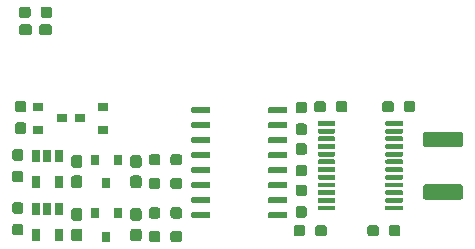
<source format=gbp>
G04 #@! TF.GenerationSoftware,KiCad,Pcbnew,5.1.5+dfsg1-2build2*
G04 #@! TF.CreationDate,2021-01-26T14:35:44+01:00*
G04 #@! TF.ProjectId,PiStackMon,50695374-6163-46b4-9d6f-6e2e6b696361,rev?*
G04 #@! TF.SameCoordinates,Original*
G04 #@! TF.FileFunction,Paste,Bot*
G04 #@! TF.FilePolarity,Positive*
%FSLAX46Y46*%
G04 Gerber Fmt 4.6, Leading zero omitted, Abs format (unit mm)*
G04 Created by KiCad (PCBNEW 5.1.5+dfsg1-2build2) date 2021-01-26 14:35:44*
%MOMM*%
%LPD*%
G04 APERTURE LIST*
%ADD10R,0.900000X0.800000*%
%ADD11C,0.150000*%
%ADD12R,0.800000X0.900000*%
%ADD13R,0.650000X1.060000*%
G04 APERTURE END LIST*
D10*
X224750000Y-161000000D03*
X226750000Y-161950000D03*
X226750000Y-160050000D03*
D11*
G36*
X220010779Y-161338644D02*
G01*
X220033834Y-161342063D01*
X220056443Y-161347727D01*
X220078387Y-161355579D01*
X220099457Y-161365544D01*
X220119448Y-161377526D01*
X220138168Y-161391410D01*
X220155438Y-161407062D01*
X220171090Y-161424332D01*
X220184974Y-161443052D01*
X220196956Y-161463043D01*
X220206921Y-161484113D01*
X220214773Y-161506057D01*
X220220437Y-161528666D01*
X220223856Y-161551721D01*
X220225000Y-161575000D01*
X220225000Y-162075000D01*
X220223856Y-162098279D01*
X220220437Y-162121334D01*
X220214773Y-162143943D01*
X220206921Y-162165887D01*
X220196956Y-162186957D01*
X220184974Y-162206948D01*
X220171090Y-162225668D01*
X220155438Y-162242938D01*
X220138168Y-162258590D01*
X220119448Y-162272474D01*
X220099457Y-162284456D01*
X220078387Y-162294421D01*
X220056443Y-162302273D01*
X220033834Y-162307937D01*
X220010779Y-162311356D01*
X219987500Y-162312500D01*
X219512500Y-162312500D01*
X219489221Y-162311356D01*
X219466166Y-162307937D01*
X219443557Y-162302273D01*
X219421613Y-162294421D01*
X219400543Y-162284456D01*
X219380552Y-162272474D01*
X219361832Y-162258590D01*
X219344562Y-162242938D01*
X219328910Y-162225668D01*
X219315026Y-162206948D01*
X219303044Y-162186957D01*
X219293079Y-162165887D01*
X219285227Y-162143943D01*
X219279563Y-162121334D01*
X219276144Y-162098279D01*
X219275000Y-162075000D01*
X219275000Y-161575000D01*
X219276144Y-161551721D01*
X219279563Y-161528666D01*
X219285227Y-161506057D01*
X219293079Y-161484113D01*
X219303044Y-161463043D01*
X219315026Y-161443052D01*
X219328910Y-161424332D01*
X219344562Y-161407062D01*
X219361832Y-161391410D01*
X219380552Y-161377526D01*
X219400543Y-161365544D01*
X219421613Y-161355579D01*
X219443557Y-161347727D01*
X219466166Y-161342063D01*
X219489221Y-161338644D01*
X219512500Y-161337500D01*
X219987500Y-161337500D01*
X220010779Y-161338644D01*
G37*
G36*
X220010779Y-159513644D02*
G01*
X220033834Y-159517063D01*
X220056443Y-159522727D01*
X220078387Y-159530579D01*
X220099457Y-159540544D01*
X220119448Y-159552526D01*
X220138168Y-159566410D01*
X220155438Y-159582062D01*
X220171090Y-159599332D01*
X220184974Y-159618052D01*
X220196956Y-159638043D01*
X220206921Y-159659113D01*
X220214773Y-159681057D01*
X220220437Y-159703666D01*
X220223856Y-159726721D01*
X220225000Y-159750000D01*
X220225000Y-160250000D01*
X220223856Y-160273279D01*
X220220437Y-160296334D01*
X220214773Y-160318943D01*
X220206921Y-160340887D01*
X220196956Y-160361957D01*
X220184974Y-160381948D01*
X220171090Y-160400668D01*
X220155438Y-160417938D01*
X220138168Y-160433590D01*
X220119448Y-160447474D01*
X220099457Y-160459456D01*
X220078387Y-160469421D01*
X220056443Y-160477273D01*
X220033834Y-160482937D01*
X220010779Y-160486356D01*
X219987500Y-160487500D01*
X219512500Y-160487500D01*
X219489221Y-160486356D01*
X219466166Y-160482937D01*
X219443557Y-160477273D01*
X219421613Y-160469421D01*
X219400543Y-160459456D01*
X219380552Y-160447474D01*
X219361832Y-160433590D01*
X219344562Y-160417938D01*
X219328910Y-160400668D01*
X219315026Y-160381948D01*
X219303044Y-160361957D01*
X219293079Y-160340887D01*
X219285227Y-160318943D01*
X219279563Y-160296334D01*
X219276144Y-160273279D01*
X219275000Y-160250000D01*
X219275000Y-159750000D01*
X219276144Y-159726721D01*
X219279563Y-159703666D01*
X219285227Y-159681057D01*
X219293079Y-159659113D01*
X219303044Y-159638043D01*
X219315026Y-159618052D01*
X219328910Y-159599332D01*
X219344562Y-159582062D01*
X219361832Y-159566410D01*
X219380552Y-159552526D01*
X219400543Y-159540544D01*
X219421613Y-159530579D01*
X219443557Y-159522727D01*
X219466166Y-159517063D01*
X219489221Y-159513644D01*
X219512500Y-159512500D01*
X219987500Y-159512500D01*
X220010779Y-159513644D01*
G37*
D10*
X223250000Y-161000000D03*
X221250000Y-160050000D03*
X221250000Y-161950000D03*
D12*
X227000000Y-166500000D03*
X227950000Y-164500000D03*
X226050000Y-164500000D03*
D11*
G36*
X219760779Y-165426144D02*
G01*
X219783834Y-165429563D01*
X219806443Y-165435227D01*
X219828387Y-165443079D01*
X219849457Y-165453044D01*
X219869448Y-165465026D01*
X219888168Y-165478910D01*
X219905438Y-165494562D01*
X219921090Y-165511832D01*
X219934974Y-165530552D01*
X219946956Y-165550543D01*
X219956921Y-165571613D01*
X219964773Y-165593557D01*
X219970437Y-165616166D01*
X219973856Y-165639221D01*
X219975000Y-165662500D01*
X219975000Y-166162500D01*
X219973856Y-166185779D01*
X219970437Y-166208834D01*
X219964773Y-166231443D01*
X219956921Y-166253387D01*
X219946956Y-166274457D01*
X219934974Y-166294448D01*
X219921090Y-166313168D01*
X219905438Y-166330438D01*
X219888168Y-166346090D01*
X219869448Y-166359974D01*
X219849457Y-166371956D01*
X219828387Y-166381921D01*
X219806443Y-166389773D01*
X219783834Y-166395437D01*
X219760779Y-166398856D01*
X219737500Y-166400000D01*
X219262500Y-166400000D01*
X219239221Y-166398856D01*
X219216166Y-166395437D01*
X219193557Y-166389773D01*
X219171613Y-166381921D01*
X219150543Y-166371956D01*
X219130552Y-166359974D01*
X219111832Y-166346090D01*
X219094562Y-166330438D01*
X219078910Y-166313168D01*
X219065026Y-166294448D01*
X219053044Y-166274457D01*
X219043079Y-166253387D01*
X219035227Y-166231443D01*
X219029563Y-166208834D01*
X219026144Y-166185779D01*
X219025000Y-166162500D01*
X219025000Y-165662500D01*
X219026144Y-165639221D01*
X219029563Y-165616166D01*
X219035227Y-165593557D01*
X219043079Y-165571613D01*
X219053044Y-165550543D01*
X219065026Y-165530552D01*
X219078910Y-165511832D01*
X219094562Y-165494562D01*
X219111832Y-165478910D01*
X219130552Y-165465026D01*
X219150543Y-165453044D01*
X219171613Y-165443079D01*
X219193557Y-165435227D01*
X219216166Y-165429563D01*
X219239221Y-165426144D01*
X219262500Y-165425000D01*
X219737500Y-165425000D01*
X219760779Y-165426144D01*
G37*
G36*
X219760779Y-163601144D02*
G01*
X219783834Y-163604563D01*
X219806443Y-163610227D01*
X219828387Y-163618079D01*
X219849457Y-163628044D01*
X219869448Y-163640026D01*
X219888168Y-163653910D01*
X219905438Y-163669562D01*
X219921090Y-163686832D01*
X219934974Y-163705552D01*
X219946956Y-163725543D01*
X219956921Y-163746613D01*
X219964773Y-163768557D01*
X219970437Y-163791166D01*
X219973856Y-163814221D01*
X219975000Y-163837500D01*
X219975000Y-164337500D01*
X219973856Y-164360779D01*
X219970437Y-164383834D01*
X219964773Y-164406443D01*
X219956921Y-164428387D01*
X219946956Y-164449457D01*
X219934974Y-164469448D01*
X219921090Y-164488168D01*
X219905438Y-164505438D01*
X219888168Y-164521090D01*
X219869448Y-164534974D01*
X219849457Y-164546956D01*
X219828387Y-164556921D01*
X219806443Y-164564773D01*
X219783834Y-164570437D01*
X219760779Y-164573856D01*
X219737500Y-164575000D01*
X219262500Y-164575000D01*
X219239221Y-164573856D01*
X219216166Y-164570437D01*
X219193557Y-164564773D01*
X219171613Y-164556921D01*
X219150543Y-164546956D01*
X219130552Y-164534974D01*
X219111832Y-164521090D01*
X219094562Y-164505438D01*
X219078910Y-164488168D01*
X219065026Y-164469448D01*
X219053044Y-164449457D01*
X219043079Y-164428387D01*
X219035227Y-164406443D01*
X219029563Y-164383834D01*
X219026144Y-164360779D01*
X219025000Y-164337500D01*
X219025000Y-163837500D01*
X219026144Y-163814221D01*
X219029563Y-163791166D01*
X219035227Y-163768557D01*
X219043079Y-163746613D01*
X219053044Y-163725543D01*
X219065026Y-163705552D01*
X219078910Y-163686832D01*
X219094562Y-163669562D01*
X219111832Y-163653910D01*
X219130552Y-163640026D01*
X219150543Y-163628044D01*
X219171613Y-163618079D01*
X219193557Y-163610227D01*
X219216166Y-163604563D01*
X219239221Y-163601144D01*
X219262500Y-163600000D01*
X219737500Y-163600000D01*
X219760779Y-163601144D01*
G37*
G36*
X251110779Y-159526144D02*
G01*
X251133834Y-159529563D01*
X251156443Y-159535227D01*
X251178387Y-159543079D01*
X251199457Y-159553044D01*
X251219448Y-159565026D01*
X251238168Y-159578910D01*
X251255438Y-159594562D01*
X251271090Y-159611832D01*
X251284974Y-159630552D01*
X251296956Y-159650543D01*
X251306921Y-159671613D01*
X251314773Y-159693557D01*
X251320437Y-159716166D01*
X251323856Y-159739221D01*
X251325000Y-159762500D01*
X251325000Y-160237500D01*
X251323856Y-160260779D01*
X251320437Y-160283834D01*
X251314773Y-160306443D01*
X251306921Y-160328387D01*
X251296956Y-160349457D01*
X251284974Y-160369448D01*
X251271090Y-160388168D01*
X251255438Y-160405438D01*
X251238168Y-160421090D01*
X251219448Y-160434974D01*
X251199457Y-160446956D01*
X251178387Y-160456921D01*
X251156443Y-160464773D01*
X251133834Y-160470437D01*
X251110779Y-160473856D01*
X251087500Y-160475000D01*
X250587500Y-160475000D01*
X250564221Y-160473856D01*
X250541166Y-160470437D01*
X250518557Y-160464773D01*
X250496613Y-160456921D01*
X250475543Y-160446956D01*
X250455552Y-160434974D01*
X250436832Y-160421090D01*
X250419562Y-160405438D01*
X250403910Y-160388168D01*
X250390026Y-160369448D01*
X250378044Y-160349457D01*
X250368079Y-160328387D01*
X250360227Y-160306443D01*
X250354563Y-160283834D01*
X250351144Y-160260779D01*
X250350000Y-160237500D01*
X250350000Y-159762500D01*
X250351144Y-159739221D01*
X250354563Y-159716166D01*
X250360227Y-159693557D01*
X250368079Y-159671613D01*
X250378044Y-159650543D01*
X250390026Y-159630552D01*
X250403910Y-159611832D01*
X250419562Y-159594562D01*
X250436832Y-159578910D01*
X250455552Y-159565026D01*
X250475543Y-159553044D01*
X250496613Y-159543079D01*
X250518557Y-159535227D01*
X250541166Y-159529563D01*
X250564221Y-159526144D01*
X250587500Y-159525000D01*
X251087500Y-159525000D01*
X251110779Y-159526144D01*
G37*
G36*
X252935779Y-159526144D02*
G01*
X252958834Y-159529563D01*
X252981443Y-159535227D01*
X253003387Y-159543079D01*
X253024457Y-159553044D01*
X253044448Y-159565026D01*
X253063168Y-159578910D01*
X253080438Y-159594562D01*
X253096090Y-159611832D01*
X253109974Y-159630552D01*
X253121956Y-159650543D01*
X253131921Y-159671613D01*
X253139773Y-159693557D01*
X253145437Y-159716166D01*
X253148856Y-159739221D01*
X253150000Y-159762500D01*
X253150000Y-160237500D01*
X253148856Y-160260779D01*
X253145437Y-160283834D01*
X253139773Y-160306443D01*
X253131921Y-160328387D01*
X253121956Y-160349457D01*
X253109974Y-160369448D01*
X253096090Y-160388168D01*
X253080438Y-160405438D01*
X253063168Y-160421090D01*
X253044448Y-160434974D01*
X253024457Y-160446956D01*
X253003387Y-160456921D01*
X252981443Y-160464773D01*
X252958834Y-160470437D01*
X252935779Y-160473856D01*
X252912500Y-160475000D01*
X252412500Y-160475000D01*
X252389221Y-160473856D01*
X252366166Y-160470437D01*
X252343557Y-160464773D01*
X252321613Y-160456921D01*
X252300543Y-160446956D01*
X252280552Y-160434974D01*
X252261832Y-160421090D01*
X252244562Y-160405438D01*
X252228910Y-160388168D01*
X252215026Y-160369448D01*
X252203044Y-160349457D01*
X252193079Y-160328387D01*
X252185227Y-160306443D01*
X252179563Y-160283834D01*
X252176144Y-160260779D01*
X252175000Y-160237500D01*
X252175000Y-159762500D01*
X252176144Y-159739221D01*
X252179563Y-159716166D01*
X252185227Y-159693557D01*
X252193079Y-159671613D01*
X252203044Y-159650543D01*
X252215026Y-159630552D01*
X252228910Y-159611832D01*
X252244562Y-159594562D01*
X252261832Y-159578910D01*
X252280552Y-159565026D01*
X252300543Y-159553044D01*
X252321613Y-159543079D01*
X252343557Y-159535227D01*
X252366166Y-159529563D01*
X252389221Y-159526144D01*
X252412500Y-159525000D01*
X252912500Y-159525000D01*
X252935779Y-159526144D01*
G37*
G36*
X246284802Y-161225482D02*
G01*
X246294509Y-161226921D01*
X246304028Y-161229306D01*
X246313268Y-161232612D01*
X246322140Y-161236808D01*
X246330557Y-161241853D01*
X246338439Y-161247699D01*
X246345711Y-161254289D01*
X246352301Y-161261561D01*
X246358147Y-161269443D01*
X246363192Y-161277860D01*
X246367388Y-161286732D01*
X246370694Y-161295972D01*
X246373079Y-161305491D01*
X246374518Y-161315198D01*
X246375000Y-161325000D01*
X246375000Y-161525000D01*
X246374518Y-161534802D01*
X246373079Y-161544509D01*
X246370694Y-161554028D01*
X246367388Y-161563268D01*
X246363192Y-161572140D01*
X246358147Y-161580557D01*
X246352301Y-161588439D01*
X246345711Y-161595711D01*
X246338439Y-161602301D01*
X246330557Y-161608147D01*
X246322140Y-161613192D01*
X246313268Y-161617388D01*
X246304028Y-161620694D01*
X246294509Y-161623079D01*
X246284802Y-161624518D01*
X246275000Y-161625000D01*
X245000000Y-161625000D01*
X244990198Y-161624518D01*
X244980491Y-161623079D01*
X244970972Y-161620694D01*
X244961732Y-161617388D01*
X244952860Y-161613192D01*
X244944443Y-161608147D01*
X244936561Y-161602301D01*
X244929289Y-161595711D01*
X244922699Y-161588439D01*
X244916853Y-161580557D01*
X244911808Y-161572140D01*
X244907612Y-161563268D01*
X244904306Y-161554028D01*
X244901921Y-161544509D01*
X244900482Y-161534802D01*
X244900000Y-161525000D01*
X244900000Y-161325000D01*
X244900482Y-161315198D01*
X244901921Y-161305491D01*
X244904306Y-161295972D01*
X244907612Y-161286732D01*
X244911808Y-161277860D01*
X244916853Y-161269443D01*
X244922699Y-161261561D01*
X244929289Y-161254289D01*
X244936561Y-161247699D01*
X244944443Y-161241853D01*
X244952860Y-161236808D01*
X244961732Y-161232612D01*
X244970972Y-161229306D01*
X244980491Y-161226921D01*
X244990198Y-161225482D01*
X245000000Y-161225000D01*
X246275000Y-161225000D01*
X246284802Y-161225482D01*
G37*
G36*
X246284802Y-161875482D02*
G01*
X246294509Y-161876921D01*
X246304028Y-161879306D01*
X246313268Y-161882612D01*
X246322140Y-161886808D01*
X246330557Y-161891853D01*
X246338439Y-161897699D01*
X246345711Y-161904289D01*
X246352301Y-161911561D01*
X246358147Y-161919443D01*
X246363192Y-161927860D01*
X246367388Y-161936732D01*
X246370694Y-161945972D01*
X246373079Y-161955491D01*
X246374518Y-161965198D01*
X246375000Y-161975000D01*
X246375000Y-162175000D01*
X246374518Y-162184802D01*
X246373079Y-162194509D01*
X246370694Y-162204028D01*
X246367388Y-162213268D01*
X246363192Y-162222140D01*
X246358147Y-162230557D01*
X246352301Y-162238439D01*
X246345711Y-162245711D01*
X246338439Y-162252301D01*
X246330557Y-162258147D01*
X246322140Y-162263192D01*
X246313268Y-162267388D01*
X246304028Y-162270694D01*
X246294509Y-162273079D01*
X246284802Y-162274518D01*
X246275000Y-162275000D01*
X245000000Y-162275000D01*
X244990198Y-162274518D01*
X244980491Y-162273079D01*
X244970972Y-162270694D01*
X244961732Y-162267388D01*
X244952860Y-162263192D01*
X244944443Y-162258147D01*
X244936561Y-162252301D01*
X244929289Y-162245711D01*
X244922699Y-162238439D01*
X244916853Y-162230557D01*
X244911808Y-162222140D01*
X244907612Y-162213268D01*
X244904306Y-162204028D01*
X244901921Y-162194509D01*
X244900482Y-162184802D01*
X244900000Y-162175000D01*
X244900000Y-161975000D01*
X244900482Y-161965198D01*
X244901921Y-161955491D01*
X244904306Y-161945972D01*
X244907612Y-161936732D01*
X244911808Y-161927860D01*
X244916853Y-161919443D01*
X244922699Y-161911561D01*
X244929289Y-161904289D01*
X244936561Y-161897699D01*
X244944443Y-161891853D01*
X244952860Y-161886808D01*
X244961732Y-161882612D01*
X244970972Y-161879306D01*
X244980491Y-161876921D01*
X244990198Y-161875482D01*
X245000000Y-161875000D01*
X246275000Y-161875000D01*
X246284802Y-161875482D01*
G37*
G36*
X246284802Y-162525482D02*
G01*
X246294509Y-162526921D01*
X246304028Y-162529306D01*
X246313268Y-162532612D01*
X246322140Y-162536808D01*
X246330557Y-162541853D01*
X246338439Y-162547699D01*
X246345711Y-162554289D01*
X246352301Y-162561561D01*
X246358147Y-162569443D01*
X246363192Y-162577860D01*
X246367388Y-162586732D01*
X246370694Y-162595972D01*
X246373079Y-162605491D01*
X246374518Y-162615198D01*
X246375000Y-162625000D01*
X246375000Y-162825000D01*
X246374518Y-162834802D01*
X246373079Y-162844509D01*
X246370694Y-162854028D01*
X246367388Y-162863268D01*
X246363192Y-162872140D01*
X246358147Y-162880557D01*
X246352301Y-162888439D01*
X246345711Y-162895711D01*
X246338439Y-162902301D01*
X246330557Y-162908147D01*
X246322140Y-162913192D01*
X246313268Y-162917388D01*
X246304028Y-162920694D01*
X246294509Y-162923079D01*
X246284802Y-162924518D01*
X246275000Y-162925000D01*
X245000000Y-162925000D01*
X244990198Y-162924518D01*
X244980491Y-162923079D01*
X244970972Y-162920694D01*
X244961732Y-162917388D01*
X244952860Y-162913192D01*
X244944443Y-162908147D01*
X244936561Y-162902301D01*
X244929289Y-162895711D01*
X244922699Y-162888439D01*
X244916853Y-162880557D01*
X244911808Y-162872140D01*
X244907612Y-162863268D01*
X244904306Y-162854028D01*
X244901921Y-162844509D01*
X244900482Y-162834802D01*
X244900000Y-162825000D01*
X244900000Y-162625000D01*
X244900482Y-162615198D01*
X244901921Y-162605491D01*
X244904306Y-162595972D01*
X244907612Y-162586732D01*
X244911808Y-162577860D01*
X244916853Y-162569443D01*
X244922699Y-162561561D01*
X244929289Y-162554289D01*
X244936561Y-162547699D01*
X244944443Y-162541853D01*
X244952860Y-162536808D01*
X244961732Y-162532612D01*
X244970972Y-162529306D01*
X244980491Y-162526921D01*
X244990198Y-162525482D01*
X245000000Y-162525000D01*
X246275000Y-162525000D01*
X246284802Y-162525482D01*
G37*
G36*
X246284802Y-163175482D02*
G01*
X246294509Y-163176921D01*
X246304028Y-163179306D01*
X246313268Y-163182612D01*
X246322140Y-163186808D01*
X246330557Y-163191853D01*
X246338439Y-163197699D01*
X246345711Y-163204289D01*
X246352301Y-163211561D01*
X246358147Y-163219443D01*
X246363192Y-163227860D01*
X246367388Y-163236732D01*
X246370694Y-163245972D01*
X246373079Y-163255491D01*
X246374518Y-163265198D01*
X246375000Y-163275000D01*
X246375000Y-163475000D01*
X246374518Y-163484802D01*
X246373079Y-163494509D01*
X246370694Y-163504028D01*
X246367388Y-163513268D01*
X246363192Y-163522140D01*
X246358147Y-163530557D01*
X246352301Y-163538439D01*
X246345711Y-163545711D01*
X246338439Y-163552301D01*
X246330557Y-163558147D01*
X246322140Y-163563192D01*
X246313268Y-163567388D01*
X246304028Y-163570694D01*
X246294509Y-163573079D01*
X246284802Y-163574518D01*
X246275000Y-163575000D01*
X245000000Y-163575000D01*
X244990198Y-163574518D01*
X244980491Y-163573079D01*
X244970972Y-163570694D01*
X244961732Y-163567388D01*
X244952860Y-163563192D01*
X244944443Y-163558147D01*
X244936561Y-163552301D01*
X244929289Y-163545711D01*
X244922699Y-163538439D01*
X244916853Y-163530557D01*
X244911808Y-163522140D01*
X244907612Y-163513268D01*
X244904306Y-163504028D01*
X244901921Y-163494509D01*
X244900482Y-163484802D01*
X244900000Y-163475000D01*
X244900000Y-163275000D01*
X244900482Y-163265198D01*
X244901921Y-163255491D01*
X244904306Y-163245972D01*
X244907612Y-163236732D01*
X244911808Y-163227860D01*
X244916853Y-163219443D01*
X244922699Y-163211561D01*
X244929289Y-163204289D01*
X244936561Y-163197699D01*
X244944443Y-163191853D01*
X244952860Y-163186808D01*
X244961732Y-163182612D01*
X244970972Y-163179306D01*
X244980491Y-163176921D01*
X244990198Y-163175482D01*
X245000000Y-163175000D01*
X246275000Y-163175000D01*
X246284802Y-163175482D01*
G37*
G36*
X246284802Y-163825482D02*
G01*
X246294509Y-163826921D01*
X246304028Y-163829306D01*
X246313268Y-163832612D01*
X246322140Y-163836808D01*
X246330557Y-163841853D01*
X246338439Y-163847699D01*
X246345711Y-163854289D01*
X246352301Y-163861561D01*
X246358147Y-163869443D01*
X246363192Y-163877860D01*
X246367388Y-163886732D01*
X246370694Y-163895972D01*
X246373079Y-163905491D01*
X246374518Y-163915198D01*
X246375000Y-163925000D01*
X246375000Y-164125000D01*
X246374518Y-164134802D01*
X246373079Y-164144509D01*
X246370694Y-164154028D01*
X246367388Y-164163268D01*
X246363192Y-164172140D01*
X246358147Y-164180557D01*
X246352301Y-164188439D01*
X246345711Y-164195711D01*
X246338439Y-164202301D01*
X246330557Y-164208147D01*
X246322140Y-164213192D01*
X246313268Y-164217388D01*
X246304028Y-164220694D01*
X246294509Y-164223079D01*
X246284802Y-164224518D01*
X246275000Y-164225000D01*
X245000000Y-164225000D01*
X244990198Y-164224518D01*
X244980491Y-164223079D01*
X244970972Y-164220694D01*
X244961732Y-164217388D01*
X244952860Y-164213192D01*
X244944443Y-164208147D01*
X244936561Y-164202301D01*
X244929289Y-164195711D01*
X244922699Y-164188439D01*
X244916853Y-164180557D01*
X244911808Y-164172140D01*
X244907612Y-164163268D01*
X244904306Y-164154028D01*
X244901921Y-164144509D01*
X244900482Y-164134802D01*
X244900000Y-164125000D01*
X244900000Y-163925000D01*
X244900482Y-163915198D01*
X244901921Y-163905491D01*
X244904306Y-163895972D01*
X244907612Y-163886732D01*
X244911808Y-163877860D01*
X244916853Y-163869443D01*
X244922699Y-163861561D01*
X244929289Y-163854289D01*
X244936561Y-163847699D01*
X244944443Y-163841853D01*
X244952860Y-163836808D01*
X244961732Y-163832612D01*
X244970972Y-163829306D01*
X244980491Y-163826921D01*
X244990198Y-163825482D01*
X245000000Y-163825000D01*
X246275000Y-163825000D01*
X246284802Y-163825482D01*
G37*
G36*
X246284802Y-164475482D02*
G01*
X246294509Y-164476921D01*
X246304028Y-164479306D01*
X246313268Y-164482612D01*
X246322140Y-164486808D01*
X246330557Y-164491853D01*
X246338439Y-164497699D01*
X246345711Y-164504289D01*
X246352301Y-164511561D01*
X246358147Y-164519443D01*
X246363192Y-164527860D01*
X246367388Y-164536732D01*
X246370694Y-164545972D01*
X246373079Y-164555491D01*
X246374518Y-164565198D01*
X246375000Y-164575000D01*
X246375000Y-164775000D01*
X246374518Y-164784802D01*
X246373079Y-164794509D01*
X246370694Y-164804028D01*
X246367388Y-164813268D01*
X246363192Y-164822140D01*
X246358147Y-164830557D01*
X246352301Y-164838439D01*
X246345711Y-164845711D01*
X246338439Y-164852301D01*
X246330557Y-164858147D01*
X246322140Y-164863192D01*
X246313268Y-164867388D01*
X246304028Y-164870694D01*
X246294509Y-164873079D01*
X246284802Y-164874518D01*
X246275000Y-164875000D01*
X245000000Y-164875000D01*
X244990198Y-164874518D01*
X244980491Y-164873079D01*
X244970972Y-164870694D01*
X244961732Y-164867388D01*
X244952860Y-164863192D01*
X244944443Y-164858147D01*
X244936561Y-164852301D01*
X244929289Y-164845711D01*
X244922699Y-164838439D01*
X244916853Y-164830557D01*
X244911808Y-164822140D01*
X244907612Y-164813268D01*
X244904306Y-164804028D01*
X244901921Y-164794509D01*
X244900482Y-164784802D01*
X244900000Y-164775000D01*
X244900000Y-164575000D01*
X244900482Y-164565198D01*
X244901921Y-164555491D01*
X244904306Y-164545972D01*
X244907612Y-164536732D01*
X244911808Y-164527860D01*
X244916853Y-164519443D01*
X244922699Y-164511561D01*
X244929289Y-164504289D01*
X244936561Y-164497699D01*
X244944443Y-164491853D01*
X244952860Y-164486808D01*
X244961732Y-164482612D01*
X244970972Y-164479306D01*
X244980491Y-164476921D01*
X244990198Y-164475482D01*
X245000000Y-164475000D01*
X246275000Y-164475000D01*
X246284802Y-164475482D01*
G37*
G36*
X246284802Y-165125482D02*
G01*
X246294509Y-165126921D01*
X246304028Y-165129306D01*
X246313268Y-165132612D01*
X246322140Y-165136808D01*
X246330557Y-165141853D01*
X246338439Y-165147699D01*
X246345711Y-165154289D01*
X246352301Y-165161561D01*
X246358147Y-165169443D01*
X246363192Y-165177860D01*
X246367388Y-165186732D01*
X246370694Y-165195972D01*
X246373079Y-165205491D01*
X246374518Y-165215198D01*
X246375000Y-165225000D01*
X246375000Y-165425000D01*
X246374518Y-165434802D01*
X246373079Y-165444509D01*
X246370694Y-165454028D01*
X246367388Y-165463268D01*
X246363192Y-165472140D01*
X246358147Y-165480557D01*
X246352301Y-165488439D01*
X246345711Y-165495711D01*
X246338439Y-165502301D01*
X246330557Y-165508147D01*
X246322140Y-165513192D01*
X246313268Y-165517388D01*
X246304028Y-165520694D01*
X246294509Y-165523079D01*
X246284802Y-165524518D01*
X246275000Y-165525000D01*
X245000000Y-165525000D01*
X244990198Y-165524518D01*
X244980491Y-165523079D01*
X244970972Y-165520694D01*
X244961732Y-165517388D01*
X244952860Y-165513192D01*
X244944443Y-165508147D01*
X244936561Y-165502301D01*
X244929289Y-165495711D01*
X244922699Y-165488439D01*
X244916853Y-165480557D01*
X244911808Y-165472140D01*
X244907612Y-165463268D01*
X244904306Y-165454028D01*
X244901921Y-165444509D01*
X244900482Y-165434802D01*
X244900000Y-165425000D01*
X244900000Y-165225000D01*
X244900482Y-165215198D01*
X244901921Y-165205491D01*
X244904306Y-165195972D01*
X244907612Y-165186732D01*
X244911808Y-165177860D01*
X244916853Y-165169443D01*
X244922699Y-165161561D01*
X244929289Y-165154289D01*
X244936561Y-165147699D01*
X244944443Y-165141853D01*
X244952860Y-165136808D01*
X244961732Y-165132612D01*
X244970972Y-165129306D01*
X244980491Y-165126921D01*
X244990198Y-165125482D01*
X245000000Y-165125000D01*
X246275000Y-165125000D01*
X246284802Y-165125482D01*
G37*
G36*
X246284802Y-165775482D02*
G01*
X246294509Y-165776921D01*
X246304028Y-165779306D01*
X246313268Y-165782612D01*
X246322140Y-165786808D01*
X246330557Y-165791853D01*
X246338439Y-165797699D01*
X246345711Y-165804289D01*
X246352301Y-165811561D01*
X246358147Y-165819443D01*
X246363192Y-165827860D01*
X246367388Y-165836732D01*
X246370694Y-165845972D01*
X246373079Y-165855491D01*
X246374518Y-165865198D01*
X246375000Y-165875000D01*
X246375000Y-166075000D01*
X246374518Y-166084802D01*
X246373079Y-166094509D01*
X246370694Y-166104028D01*
X246367388Y-166113268D01*
X246363192Y-166122140D01*
X246358147Y-166130557D01*
X246352301Y-166138439D01*
X246345711Y-166145711D01*
X246338439Y-166152301D01*
X246330557Y-166158147D01*
X246322140Y-166163192D01*
X246313268Y-166167388D01*
X246304028Y-166170694D01*
X246294509Y-166173079D01*
X246284802Y-166174518D01*
X246275000Y-166175000D01*
X245000000Y-166175000D01*
X244990198Y-166174518D01*
X244980491Y-166173079D01*
X244970972Y-166170694D01*
X244961732Y-166167388D01*
X244952860Y-166163192D01*
X244944443Y-166158147D01*
X244936561Y-166152301D01*
X244929289Y-166145711D01*
X244922699Y-166138439D01*
X244916853Y-166130557D01*
X244911808Y-166122140D01*
X244907612Y-166113268D01*
X244904306Y-166104028D01*
X244901921Y-166094509D01*
X244900482Y-166084802D01*
X244900000Y-166075000D01*
X244900000Y-165875000D01*
X244900482Y-165865198D01*
X244901921Y-165855491D01*
X244904306Y-165845972D01*
X244907612Y-165836732D01*
X244911808Y-165827860D01*
X244916853Y-165819443D01*
X244922699Y-165811561D01*
X244929289Y-165804289D01*
X244936561Y-165797699D01*
X244944443Y-165791853D01*
X244952860Y-165786808D01*
X244961732Y-165782612D01*
X244970972Y-165779306D01*
X244980491Y-165776921D01*
X244990198Y-165775482D01*
X245000000Y-165775000D01*
X246275000Y-165775000D01*
X246284802Y-165775482D01*
G37*
G36*
X246284802Y-166425482D02*
G01*
X246294509Y-166426921D01*
X246304028Y-166429306D01*
X246313268Y-166432612D01*
X246322140Y-166436808D01*
X246330557Y-166441853D01*
X246338439Y-166447699D01*
X246345711Y-166454289D01*
X246352301Y-166461561D01*
X246358147Y-166469443D01*
X246363192Y-166477860D01*
X246367388Y-166486732D01*
X246370694Y-166495972D01*
X246373079Y-166505491D01*
X246374518Y-166515198D01*
X246375000Y-166525000D01*
X246375000Y-166725000D01*
X246374518Y-166734802D01*
X246373079Y-166744509D01*
X246370694Y-166754028D01*
X246367388Y-166763268D01*
X246363192Y-166772140D01*
X246358147Y-166780557D01*
X246352301Y-166788439D01*
X246345711Y-166795711D01*
X246338439Y-166802301D01*
X246330557Y-166808147D01*
X246322140Y-166813192D01*
X246313268Y-166817388D01*
X246304028Y-166820694D01*
X246294509Y-166823079D01*
X246284802Y-166824518D01*
X246275000Y-166825000D01*
X245000000Y-166825000D01*
X244990198Y-166824518D01*
X244980491Y-166823079D01*
X244970972Y-166820694D01*
X244961732Y-166817388D01*
X244952860Y-166813192D01*
X244944443Y-166808147D01*
X244936561Y-166802301D01*
X244929289Y-166795711D01*
X244922699Y-166788439D01*
X244916853Y-166780557D01*
X244911808Y-166772140D01*
X244907612Y-166763268D01*
X244904306Y-166754028D01*
X244901921Y-166744509D01*
X244900482Y-166734802D01*
X244900000Y-166725000D01*
X244900000Y-166525000D01*
X244900482Y-166515198D01*
X244901921Y-166505491D01*
X244904306Y-166495972D01*
X244907612Y-166486732D01*
X244911808Y-166477860D01*
X244916853Y-166469443D01*
X244922699Y-166461561D01*
X244929289Y-166454289D01*
X244936561Y-166447699D01*
X244944443Y-166441853D01*
X244952860Y-166436808D01*
X244961732Y-166432612D01*
X244970972Y-166429306D01*
X244980491Y-166426921D01*
X244990198Y-166425482D01*
X245000000Y-166425000D01*
X246275000Y-166425000D01*
X246284802Y-166425482D01*
G37*
G36*
X246284802Y-167075482D02*
G01*
X246294509Y-167076921D01*
X246304028Y-167079306D01*
X246313268Y-167082612D01*
X246322140Y-167086808D01*
X246330557Y-167091853D01*
X246338439Y-167097699D01*
X246345711Y-167104289D01*
X246352301Y-167111561D01*
X246358147Y-167119443D01*
X246363192Y-167127860D01*
X246367388Y-167136732D01*
X246370694Y-167145972D01*
X246373079Y-167155491D01*
X246374518Y-167165198D01*
X246375000Y-167175000D01*
X246375000Y-167375000D01*
X246374518Y-167384802D01*
X246373079Y-167394509D01*
X246370694Y-167404028D01*
X246367388Y-167413268D01*
X246363192Y-167422140D01*
X246358147Y-167430557D01*
X246352301Y-167438439D01*
X246345711Y-167445711D01*
X246338439Y-167452301D01*
X246330557Y-167458147D01*
X246322140Y-167463192D01*
X246313268Y-167467388D01*
X246304028Y-167470694D01*
X246294509Y-167473079D01*
X246284802Y-167474518D01*
X246275000Y-167475000D01*
X245000000Y-167475000D01*
X244990198Y-167474518D01*
X244980491Y-167473079D01*
X244970972Y-167470694D01*
X244961732Y-167467388D01*
X244952860Y-167463192D01*
X244944443Y-167458147D01*
X244936561Y-167452301D01*
X244929289Y-167445711D01*
X244922699Y-167438439D01*
X244916853Y-167430557D01*
X244911808Y-167422140D01*
X244907612Y-167413268D01*
X244904306Y-167404028D01*
X244901921Y-167394509D01*
X244900482Y-167384802D01*
X244900000Y-167375000D01*
X244900000Y-167175000D01*
X244900482Y-167165198D01*
X244901921Y-167155491D01*
X244904306Y-167145972D01*
X244907612Y-167136732D01*
X244911808Y-167127860D01*
X244916853Y-167119443D01*
X244922699Y-167111561D01*
X244929289Y-167104289D01*
X244936561Y-167097699D01*
X244944443Y-167091853D01*
X244952860Y-167086808D01*
X244961732Y-167082612D01*
X244970972Y-167079306D01*
X244980491Y-167076921D01*
X244990198Y-167075482D01*
X245000000Y-167075000D01*
X246275000Y-167075000D01*
X246284802Y-167075482D01*
G37*
G36*
X246284802Y-167725482D02*
G01*
X246294509Y-167726921D01*
X246304028Y-167729306D01*
X246313268Y-167732612D01*
X246322140Y-167736808D01*
X246330557Y-167741853D01*
X246338439Y-167747699D01*
X246345711Y-167754289D01*
X246352301Y-167761561D01*
X246358147Y-167769443D01*
X246363192Y-167777860D01*
X246367388Y-167786732D01*
X246370694Y-167795972D01*
X246373079Y-167805491D01*
X246374518Y-167815198D01*
X246375000Y-167825000D01*
X246375000Y-168025000D01*
X246374518Y-168034802D01*
X246373079Y-168044509D01*
X246370694Y-168054028D01*
X246367388Y-168063268D01*
X246363192Y-168072140D01*
X246358147Y-168080557D01*
X246352301Y-168088439D01*
X246345711Y-168095711D01*
X246338439Y-168102301D01*
X246330557Y-168108147D01*
X246322140Y-168113192D01*
X246313268Y-168117388D01*
X246304028Y-168120694D01*
X246294509Y-168123079D01*
X246284802Y-168124518D01*
X246275000Y-168125000D01*
X245000000Y-168125000D01*
X244990198Y-168124518D01*
X244980491Y-168123079D01*
X244970972Y-168120694D01*
X244961732Y-168117388D01*
X244952860Y-168113192D01*
X244944443Y-168108147D01*
X244936561Y-168102301D01*
X244929289Y-168095711D01*
X244922699Y-168088439D01*
X244916853Y-168080557D01*
X244911808Y-168072140D01*
X244907612Y-168063268D01*
X244904306Y-168054028D01*
X244901921Y-168044509D01*
X244900482Y-168034802D01*
X244900000Y-168025000D01*
X244900000Y-167825000D01*
X244900482Y-167815198D01*
X244901921Y-167805491D01*
X244904306Y-167795972D01*
X244907612Y-167786732D01*
X244911808Y-167777860D01*
X244916853Y-167769443D01*
X244922699Y-167761561D01*
X244929289Y-167754289D01*
X244936561Y-167747699D01*
X244944443Y-167741853D01*
X244952860Y-167736808D01*
X244961732Y-167732612D01*
X244970972Y-167729306D01*
X244980491Y-167726921D01*
X244990198Y-167725482D01*
X245000000Y-167725000D01*
X246275000Y-167725000D01*
X246284802Y-167725482D01*
G37*
G36*
X246284802Y-168375482D02*
G01*
X246294509Y-168376921D01*
X246304028Y-168379306D01*
X246313268Y-168382612D01*
X246322140Y-168386808D01*
X246330557Y-168391853D01*
X246338439Y-168397699D01*
X246345711Y-168404289D01*
X246352301Y-168411561D01*
X246358147Y-168419443D01*
X246363192Y-168427860D01*
X246367388Y-168436732D01*
X246370694Y-168445972D01*
X246373079Y-168455491D01*
X246374518Y-168465198D01*
X246375000Y-168475000D01*
X246375000Y-168675000D01*
X246374518Y-168684802D01*
X246373079Y-168694509D01*
X246370694Y-168704028D01*
X246367388Y-168713268D01*
X246363192Y-168722140D01*
X246358147Y-168730557D01*
X246352301Y-168738439D01*
X246345711Y-168745711D01*
X246338439Y-168752301D01*
X246330557Y-168758147D01*
X246322140Y-168763192D01*
X246313268Y-168767388D01*
X246304028Y-168770694D01*
X246294509Y-168773079D01*
X246284802Y-168774518D01*
X246275000Y-168775000D01*
X245000000Y-168775000D01*
X244990198Y-168774518D01*
X244980491Y-168773079D01*
X244970972Y-168770694D01*
X244961732Y-168767388D01*
X244952860Y-168763192D01*
X244944443Y-168758147D01*
X244936561Y-168752301D01*
X244929289Y-168745711D01*
X244922699Y-168738439D01*
X244916853Y-168730557D01*
X244911808Y-168722140D01*
X244907612Y-168713268D01*
X244904306Y-168704028D01*
X244901921Y-168694509D01*
X244900482Y-168684802D01*
X244900000Y-168675000D01*
X244900000Y-168475000D01*
X244900482Y-168465198D01*
X244901921Y-168455491D01*
X244904306Y-168445972D01*
X244907612Y-168436732D01*
X244911808Y-168427860D01*
X244916853Y-168419443D01*
X244922699Y-168411561D01*
X244929289Y-168404289D01*
X244936561Y-168397699D01*
X244944443Y-168391853D01*
X244952860Y-168386808D01*
X244961732Y-168382612D01*
X244970972Y-168379306D01*
X244980491Y-168376921D01*
X244990198Y-168375482D01*
X245000000Y-168375000D01*
X246275000Y-168375000D01*
X246284802Y-168375482D01*
G37*
G36*
X252009802Y-168375482D02*
G01*
X252019509Y-168376921D01*
X252029028Y-168379306D01*
X252038268Y-168382612D01*
X252047140Y-168386808D01*
X252055557Y-168391853D01*
X252063439Y-168397699D01*
X252070711Y-168404289D01*
X252077301Y-168411561D01*
X252083147Y-168419443D01*
X252088192Y-168427860D01*
X252092388Y-168436732D01*
X252095694Y-168445972D01*
X252098079Y-168455491D01*
X252099518Y-168465198D01*
X252100000Y-168475000D01*
X252100000Y-168675000D01*
X252099518Y-168684802D01*
X252098079Y-168694509D01*
X252095694Y-168704028D01*
X252092388Y-168713268D01*
X252088192Y-168722140D01*
X252083147Y-168730557D01*
X252077301Y-168738439D01*
X252070711Y-168745711D01*
X252063439Y-168752301D01*
X252055557Y-168758147D01*
X252047140Y-168763192D01*
X252038268Y-168767388D01*
X252029028Y-168770694D01*
X252019509Y-168773079D01*
X252009802Y-168774518D01*
X252000000Y-168775000D01*
X250725000Y-168775000D01*
X250715198Y-168774518D01*
X250705491Y-168773079D01*
X250695972Y-168770694D01*
X250686732Y-168767388D01*
X250677860Y-168763192D01*
X250669443Y-168758147D01*
X250661561Y-168752301D01*
X250654289Y-168745711D01*
X250647699Y-168738439D01*
X250641853Y-168730557D01*
X250636808Y-168722140D01*
X250632612Y-168713268D01*
X250629306Y-168704028D01*
X250626921Y-168694509D01*
X250625482Y-168684802D01*
X250625000Y-168675000D01*
X250625000Y-168475000D01*
X250625482Y-168465198D01*
X250626921Y-168455491D01*
X250629306Y-168445972D01*
X250632612Y-168436732D01*
X250636808Y-168427860D01*
X250641853Y-168419443D01*
X250647699Y-168411561D01*
X250654289Y-168404289D01*
X250661561Y-168397699D01*
X250669443Y-168391853D01*
X250677860Y-168386808D01*
X250686732Y-168382612D01*
X250695972Y-168379306D01*
X250705491Y-168376921D01*
X250715198Y-168375482D01*
X250725000Y-168375000D01*
X252000000Y-168375000D01*
X252009802Y-168375482D01*
G37*
G36*
X252009802Y-167725482D02*
G01*
X252019509Y-167726921D01*
X252029028Y-167729306D01*
X252038268Y-167732612D01*
X252047140Y-167736808D01*
X252055557Y-167741853D01*
X252063439Y-167747699D01*
X252070711Y-167754289D01*
X252077301Y-167761561D01*
X252083147Y-167769443D01*
X252088192Y-167777860D01*
X252092388Y-167786732D01*
X252095694Y-167795972D01*
X252098079Y-167805491D01*
X252099518Y-167815198D01*
X252100000Y-167825000D01*
X252100000Y-168025000D01*
X252099518Y-168034802D01*
X252098079Y-168044509D01*
X252095694Y-168054028D01*
X252092388Y-168063268D01*
X252088192Y-168072140D01*
X252083147Y-168080557D01*
X252077301Y-168088439D01*
X252070711Y-168095711D01*
X252063439Y-168102301D01*
X252055557Y-168108147D01*
X252047140Y-168113192D01*
X252038268Y-168117388D01*
X252029028Y-168120694D01*
X252019509Y-168123079D01*
X252009802Y-168124518D01*
X252000000Y-168125000D01*
X250725000Y-168125000D01*
X250715198Y-168124518D01*
X250705491Y-168123079D01*
X250695972Y-168120694D01*
X250686732Y-168117388D01*
X250677860Y-168113192D01*
X250669443Y-168108147D01*
X250661561Y-168102301D01*
X250654289Y-168095711D01*
X250647699Y-168088439D01*
X250641853Y-168080557D01*
X250636808Y-168072140D01*
X250632612Y-168063268D01*
X250629306Y-168054028D01*
X250626921Y-168044509D01*
X250625482Y-168034802D01*
X250625000Y-168025000D01*
X250625000Y-167825000D01*
X250625482Y-167815198D01*
X250626921Y-167805491D01*
X250629306Y-167795972D01*
X250632612Y-167786732D01*
X250636808Y-167777860D01*
X250641853Y-167769443D01*
X250647699Y-167761561D01*
X250654289Y-167754289D01*
X250661561Y-167747699D01*
X250669443Y-167741853D01*
X250677860Y-167736808D01*
X250686732Y-167732612D01*
X250695972Y-167729306D01*
X250705491Y-167726921D01*
X250715198Y-167725482D01*
X250725000Y-167725000D01*
X252000000Y-167725000D01*
X252009802Y-167725482D01*
G37*
G36*
X252009802Y-167075482D02*
G01*
X252019509Y-167076921D01*
X252029028Y-167079306D01*
X252038268Y-167082612D01*
X252047140Y-167086808D01*
X252055557Y-167091853D01*
X252063439Y-167097699D01*
X252070711Y-167104289D01*
X252077301Y-167111561D01*
X252083147Y-167119443D01*
X252088192Y-167127860D01*
X252092388Y-167136732D01*
X252095694Y-167145972D01*
X252098079Y-167155491D01*
X252099518Y-167165198D01*
X252100000Y-167175000D01*
X252100000Y-167375000D01*
X252099518Y-167384802D01*
X252098079Y-167394509D01*
X252095694Y-167404028D01*
X252092388Y-167413268D01*
X252088192Y-167422140D01*
X252083147Y-167430557D01*
X252077301Y-167438439D01*
X252070711Y-167445711D01*
X252063439Y-167452301D01*
X252055557Y-167458147D01*
X252047140Y-167463192D01*
X252038268Y-167467388D01*
X252029028Y-167470694D01*
X252019509Y-167473079D01*
X252009802Y-167474518D01*
X252000000Y-167475000D01*
X250725000Y-167475000D01*
X250715198Y-167474518D01*
X250705491Y-167473079D01*
X250695972Y-167470694D01*
X250686732Y-167467388D01*
X250677860Y-167463192D01*
X250669443Y-167458147D01*
X250661561Y-167452301D01*
X250654289Y-167445711D01*
X250647699Y-167438439D01*
X250641853Y-167430557D01*
X250636808Y-167422140D01*
X250632612Y-167413268D01*
X250629306Y-167404028D01*
X250626921Y-167394509D01*
X250625482Y-167384802D01*
X250625000Y-167375000D01*
X250625000Y-167175000D01*
X250625482Y-167165198D01*
X250626921Y-167155491D01*
X250629306Y-167145972D01*
X250632612Y-167136732D01*
X250636808Y-167127860D01*
X250641853Y-167119443D01*
X250647699Y-167111561D01*
X250654289Y-167104289D01*
X250661561Y-167097699D01*
X250669443Y-167091853D01*
X250677860Y-167086808D01*
X250686732Y-167082612D01*
X250695972Y-167079306D01*
X250705491Y-167076921D01*
X250715198Y-167075482D01*
X250725000Y-167075000D01*
X252000000Y-167075000D01*
X252009802Y-167075482D01*
G37*
G36*
X252009802Y-166425482D02*
G01*
X252019509Y-166426921D01*
X252029028Y-166429306D01*
X252038268Y-166432612D01*
X252047140Y-166436808D01*
X252055557Y-166441853D01*
X252063439Y-166447699D01*
X252070711Y-166454289D01*
X252077301Y-166461561D01*
X252083147Y-166469443D01*
X252088192Y-166477860D01*
X252092388Y-166486732D01*
X252095694Y-166495972D01*
X252098079Y-166505491D01*
X252099518Y-166515198D01*
X252100000Y-166525000D01*
X252100000Y-166725000D01*
X252099518Y-166734802D01*
X252098079Y-166744509D01*
X252095694Y-166754028D01*
X252092388Y-166763268D01*
X252088192Y-166772140D01*
X252083147Y-166780557D01*
X252077301Y-166788439D01*
X252070711Y-166795711D01*
X252063439Y-166802301D01*
X252055557Y-166808147D01*
X252047140Y-166813192D01*
X252038268Y-166817388D01*
X252029028Y-166820694D01*
X252019509Y-166823079D01*
X252009802Y-166824518D01*
X252000000Y-166825000D01*
X250725000Y-166825000D01*
X250715198Y-166824518D01*
X250705491Y-166823079D01*
X250695972Y-166820694D01*
X250686732Y-166817388D01*
X250677860Y-166813192D01*
X250669443Y-166808147D01*
X250661561Y-166802301D01*
X250654289Y-166795711D01*
X250647699Y-166788439D01*
X250641853Y-166780557D01*
X250636808Y-166772140D01*
X250632612Y-166763268D01*
X250629306Y-166754028D01*
X250626921Y-166744509D01*
X250625482Y-166734802D01*
X250625000Y-166725000D01*
X250625000Y-166525000D01*
X250625482Y-166515198D01*
X250626921Y-166505491D01*
X250629306Y-166495972D01*
X250632612Y-166486732D01*
X250636808Y-166477860D01*
X250641853Y-166469443D01*
X250647699Y-166461561D01*
X250654289Y-166454289D01*
X250661561Y-166447699D01*
X250669443Y-166441853D01*
X250677860Y-166436808D01*
X250686732Y-166432612D01*
X250695972Y-166429306D01*
X250705491Y-166426921D01*
X250715198Y-166425482D01*
X250725000Y-166425000D01*
X252000000Y-166425000D01*
X252009802Y-166425482D01*
G37*
G36*
X252009802Y-165775482D02*
G01*
X252019509Y-165776921D01*
X252029028Y-165779306D01*
X252038268Y-165782612D01*
X252047140Y-165786808D01*
X252055557Y-165791853D01*
X252063439Y-165797699D01*
X252070711Y-165804289D01*
X252077301Y-165811561D01*
X252083147Y-165819443D01*
X252088192Y-165827860D01*
X252092388Y-165836732D01*
X252095694Y-165845972D01*
X252098079Y-165855491D01*
X252099518Y-165865198D01*
X252100000Y-165875000D01*
X252100000Y-166075000D01*
X252099518Y-166084802D01*
X252098079Y-166094509D01*
X252095694Y-166104028D01*
X252092388Y-166113268D01*
X252088192Y-166122140D01*
X252083147Y-166130557D01*
X252077301Y-166138439D01*
X252070711Y-166145711D01*
X252063439Y-166152301D01*
X252055557Y-166158147D01*
X252047140Y-166163192D01*
X252038268Y-166167388D01*
X252029028Y-166170694D01*
X252019509Y-166173079D01*
X252009802Y-166174518D01*
X252000000Y-166175000D01*
X250725000Y-166175000D01*
X250715198Y-166174518D01*
X250705491Y-166173079D01*
X250695972Y-166170694D01*
X250686732Y-166167388D01*
X250677860Y-166163192D01*
X250669443Y-166158147D01*
X250661561Y-166152301D01*
X250654289Y-166145711D01*
X250647699Y-166138439D01*
X250641853Y-166130557D01*
X250636808Y-166122140D01*
X250632612Y-166113268D01*
X250629306Y-166104028D01*
X250626921Y-166094509D01*
X250625482Y-166084802D01*
X250625000Y-166075000D01*
X250625000Y-165875000D01*
X250625482Y-165865198D01*
X250626921Y-165855491D01*
X250629306Y-165845972D01*
X250632612Y-165836732D01*
X250636808Y-165827860D01*
X250641853Y-165819443D01*
X250647699Y-165811561D01*
X250654289Y-165804289D01*
X250661561Y-165797699D01*
X250669443Y-165791853D01*
X250677860Y-165786808D01*
X250686732Y-165782612D01*
X250695972Y-165779306D01*
X250705491Y-165776921D01*
X250715198Y-165775482D01*
X250725000Y-165775000D01*
X252000000Y-165775000D01*
X252009802Y-165775482D01*
G37*
G36*
X252009802Y-165125482D02*
G01*
X252019509Y-165126921D01*
X252029028Y-165129306D01*
X252038268Y-165132612D01*
X252047140Y-165136808D01*
X252055557Y-165141853D01*
X252063439Y-165147699D01*
X252070711Y-165154289D01*
X252077301Y-165161561D01*
X252083147Y-165169443D01*
X252088192Y-165177860D01*
X252092388Y-165186732D01*
X252095694Y-165195972D01*
X252098079Y-165205491D01*
X252099518Y-165215198D01*
X252100000Y-165225000D01*
X252100000Y-165425000D01*
X252099518Y-165434802D01*
X252098079Y-165444509D01*
X252095694Y-165454028D01*
X252092388Y-165463268D01*
X252088192Y-165472140D01*
X252083147Y-165480557D01*
X252077301Y-165488439D01*
X252070711Y-165495711D01*
X252063439Y-165502301D01*
X252055557Y-165508147D01*
X252047140Y-165513192D01*
X252038268Y-165517388D01*
X252029028Y-165520694D01*
X252019509Y-165523079D01*
X252009802Y-165524518D01*
X252000000Y-165525000D01*
X250725000Y-165525000D01*
X250715198Y-165524518D01*
X250705491Y-165523079D01*
X250695972Y-165520694D01*
X250686732Y-165517388D01*
X250677860Y-165513192D01*
X250669443Y-165508147D01*
X250661561Y-165502301D01*
X250654289Y-165495711D01*
X250647699Y-165488439D01*
X250641853Y-165480557D01*
X250636808Y-165472140D01*
X250632612Y-165463268D01*
X250629306Y-165454028D01*
X250626921Y-165444509D01*
X250625482Y-165434802D01*
X250625000Y-165425000D01*
X250625000Y-165225000D01*
X250625482Y-165215198D01*
X250626921Y-165205491D01*
X250629306Y-165195972D01*
X250632612Y-165186732D01*
X250636808Y-165177860D01*
X250641853Y-165169443D01*
X250647699Y-165161561D01*
X250654289Y-165154289D01*
X250661561Y-165147699D01*
X250669443Y-165141853D01*
X250677860Y-165136808D01*
X250686732Y-165132612D01*
X250695972Y-165129306D01*
X250705491Y-165126921D01*
X250715198Y-165125482D01*
X250725000Y-165125000D01*
X252000000Y-165125000D01*
X252009802Y-165125482D01*
G37*
G36*
X252009802Y-164475482D02*
G01*
X252019509Y-164476921D01*
X252029028Y-164479306D01*
X252038268Y-164482612D01*
X252047140Y-164486808D01*
X252055557Y-164491853D01*
X252063439Y-164497699D01*
X252070711Y-164504289D01*
X252077301Y-164511561D01*
X252083147Y-164519443D01*
X252088192Y-164527860D01*
X252092388Y-164536732D01*
X252095694Y-164545972D01*
X252098079Y-164555491D01*
X252099518Y-164565198D01*
X252100000Y-164575000D01*
X252100000Y-164775000D01*
X252099518Y-164784802D01*
X252098079Y-164794509D01*
X252095694Y-164804028D01*
X252092388Y-164813268D01*
X252088192Y-164822140D01*
X252083147Y-164830557D01*
X252077301Y-164838439D01*
X252070711Y-164845711D01*
X252063439Y-164852301D01*
X252055557Y-164858147D01*
X252047140Y-164863192D01*
X252038268Y-164867388D01*
X252029028Y-164870694D01*
X252019509Y-164873079D01*
X252009802Y-164874518D01*
X252000000Y-164875000D01*
X250725000Y-164875000D01*
X250715198Y-164874518D01*
X250705491Y-164873079D01*
X250695972Y-164870694D01*
X250686732Y-164867388D01*
X250677860Y-164863192D01*
X250669443Y-164858147D01*
X250661561Y-164852301D01*
X250654289Y-164845711D01*
X250647699Y-164838439D01*
X250641853Y-164830557D01*
X250636808Y-164822140D01*
X250632612Y-164813268D01*
X250629306Y-164804028D01*
X250626921Y-164794509D01*
X250625482Y-164784802D01*
X250625000Y-164775000D01*
X250625000Y-164575000D01*
X250625482Y-164565198D01*
X250626921Y-164555491D01*
X250629306Y-164545972D01*
X250632612Y-164536732D01*
X250636808Y-164527860D01*
X250641853Y-164519443D01*
X250647699Y-164511561D01*
X250654289Y-164504289D01*
X250661561Y-164497699D01*
X250669443Y-164491853D01*
X250677860Y-164486808D01*
X250686732Y-164482612D01*
X250695972Y-164479306D01*
X250705491Y-164476921D01*
X250715198Y-164475482D01*
X250725000Y-164475000D01*
X252000000Y-164475000D01*
X252009802Y-164475482D01*
G37*
G36*
X252009802Y-163825482D02*
G01*
X252019509Y-163826921D01*
X252029028Y-163829306D01*
X252038268Y-163832612D01*
X252047140Y-163836808D01*
X252055557Y-163841853D01*
X252063439Y-163847699D01*
X252070711Y-163854289D01*
X252077301Y-163861561D01*
X252083147Y-163869443D01*
X252088192Y-163877860D01*
X252092388Y-163886732D01*
X252095694Y-163895972D01*
X252098079Y-163905491D01*
X252099518Y-163915198D01*
X252100000Y-163925000D01*
X252100000Y-164125000D01*
X252099518Y-164134802D01*
X252098079Y-164144509D01*
X252095694Y-164154028D01*
X252092388Y-164163268D01*
X252088192Y-164172140D01*
X252083147Y-164180557D01*
X252077301Y-164188439D01*
X252070711Y-164195711D01*
X252063439Y-164202301D01*
X252055557Y-164208147D01*
X252047140Y-164213192D01*
X252038268Y-164217388D01*
X252029028Y-164220694D01*
X252019509Y-164223079D01*
X252009802Y-164224518D01*
X252000000Y-164225000D01*
X250725000Y-164225000D01*
X250715198Y-164224518D01*
X250705491Y-164223079D01*
X250695972Y-164220694D01*
X250686732Y-164217388D01*
X250677860Y-164213192D01*
X250669443Y-164208147D01*
X250661561Y-164202301D01*
X250654289Y-164195711D01*
X250647699Y-164188439D01*
X250641853Y-164180557D01*
X250636808Y-164172140D01*
X250632612Y-164163268D01*
X250629306Y-164154028D01*
X250626921Y-164144509D01*
X250625482Y-164134802D01*
X250625000Y-164125000D01*
X250625000Y-163925000D01*
X250625482Y-163915198D01*
X250626921Y-163905491D01*
X250629306Y-163895972D01*
X250632612Y-163886732D01*
X250636808Y-163877860D01*
X250641853Y-163869443D01*
X250647699Y-163861561D01*
X250654289Y-163854289D01*
X250661561Y-163847699D01*
X250669443Y-163841853D01*
X250677860Y-163836808D01*
X250686732Y-163832612D01*
X250695972Y-163829306D01*
X250705491Y-163826921D01*
X250715198Y-163825482D01*
X250725000Y-163825000D01*
X252000000Y-163825000D01*
X252009802Y-163825482D01*
G37*
G36*
X252009802Y-163175482D02*
G01*
X252019509Y-163176921D01*
X252029028Y-163179306D01*
X252038268Y-163182612D01*
X252047140Y-163186808D01*
X252055557Y-163191853D01*
X252063439Y-163197699D01*
X252070711Y-163204289D01*
X252077301Y-163211561D01*
X252083147Y-163219443D01*
X252088192Y-163227860D01*
X252092388Y-163236732D01*
X252095694Y-163245972D01*
X252098079Y-163255491D01*
X252099518Y-163265198D01*
X252100000Y-163275000D01*
X252100000Y-163475000D01*
X252099518Y-163484802D01*
X252098079Y-163494509D01*
X252095694Y-163504028D01*
X252092388Y-163513268D01*
X252088192Y-163522140D01*
X252083147Y-163530557D01*
X252077301Y-163538439D01*
X252070711Y-163545711D01*
X252063439Y-163552301D01*
X252055557Y-163558147D01*
X252047140Y-163563192D01*
X252038268Y-163567388D01*
X252029028Y-163570694D01*
X252019509Y-163573079D01*
X252009802Y-163574518D01*
X252000000Y-163575000D01*
X250725000Y-163575000D01*
X250715198Y-163574518D01*
X250705491Y-163573079D01*
X250695972Y-163570694D01*
X250686732Y-163567388D01*
X250677860Y-163563192D01*
X250669443Y-163558147D01*
X250661561Y-163552301D01*
X250654289Y-163545711D01*
X250647699Y-163538439D01*
X250641853Y-163530557D01*
X250636808Y-163522140D01*
X250632612Y-163513268D01*
X250629306Y-163504028D01*
X250626921Y-163494509D01*
X250625482Y-163484802D01*
X250625000Y-163475000D01*
X250625000Y-163275000D01*
X250625482Y-163265198D01*
X250626921Y-163255491D01*
X250629306Y-163245972D01*
X250632612Y-163236732D01*
X250636808Y-163227860D01*
X250641853Y-163219443D01*
X250647699Y-163211561D01*
X250654289Y-163204289D01*
X250661561Y-163197699D01*
X250669443Y-163191853D01*
X250677860Y-163186808D01*
X250686732Y-163182612D01*
X250695972Y-163179306D01*
X250705491Y-163176921D01*
X250715198Y-163175482D01*
X250725000Y-163175000D01*
X252000000Y-163175000D01*
X252009802Y-163175482D01*
G37*
G36*
X252009802Y-162525482D02*
G01*
X252019509Y-162526921D01*
X252029028Y-162529306D01*
X252038268Y-162532612D01*
X252047140Y-162536808D01*
X252055557Y-162541853D01*
X252063439Y-162547699D01*
X252070711Y-162554289D01*
X252077301Y-162561561D01*
X252083147Y-162569443D01*
X252088192Y-162577860D01*
X252092388Y-162586732D01*
X252095694Y-162595972D01*
X252098079Y-162605491D01*
X252099518Y-162615198D01*
X252100000Y-162625000D01*
X252100000Y-162825000D01*
X252099518Y-162834802D01*
X252098079Y-162844509D01*
X252095694Y-162854028D01*
X252092388Y-162863268D01*
X252088192Y-162872140D01*
X252083147Y-162880557D01*
X252077301Y-162888439D01*
X252070711Y-162895711D01*
X252063439Y-162902301D01*
X252055557Y-162908147D01*
X252047140Y-162913192D01*
X252038268Y-162917388D01*
X252029028Y-162920694D01*
X252019509Y-162923079D01*
X252009802Y-162924518D01*
X252000000Y-162925000D01*
X250725000Y-162925000D01*
X250715198Y-162924518D01*
X250705491Y-162923079D01*
X250695972Y-162920694D01*
X250686732Y-162917388D01*
X250677860Y-162913192D01*
X250669443Y-162908147D01*
X250661561Y-162902301D01*
X250654289Y-162895711D01*
X250647699Y-162888439D01*
X250641853Y-162880557D01*
X250636808Y-162872140D01*
X250632612Y-162863268D01*
X250629306Y-162854028D01*
X250626921Y-162844509D01*
X250625482Y-162834802D01*
X250625000Y-162825000D01*
X250625000Y-162625000D01*
X250625482Y-162615198D01*
X250626921Y-162605491D01*
X250629306Y-162595972D01*
X250632612Y-162586732D01*
X250636808Y-162577860D01*
X250641853Y-162569443D01*
X250647699Y-162561561D01*
X250654289Y-162554289D01*
X250661561Y-162547699D01*
X250669443Y-162541853D01*
X250677860Y-162536808D01*
X250686732Y-162532612D01*
X250695972Y-162529306D01*
X250705491Y-162526921D01*
X250715198Y-162525482D01*
X250725000Y-162525000D01*
X252000000Y-162525000D01*
X252009802Y-162525482D01*
G37*
G36*
X252009802Y-161875482D02*
G01*
X252019509Y-161876921D01*
X252029028Y-161879306D01*
X252038268Y-161882612D01*
X252047140Y-161886808D01*
X252055557Y-161891853D01*
X252063439Y-161897699D01*
X252070711Y-161904289D01*
X252077301Y-161911561D01*
X252083147Y-161919443D01*
X252088192Y-161927860D01*
X252092388Y-161936732D01*
X252095694Y-161945972D01*
X252098079Y-161955491D01*
X252099518Y-161965198D01*
X252100000Y-161975000D01*
X252100000Y-162175000D01*
X252099518Y-162184802D01*
X252098079Y-162194509D01*
X252095694Y-162204028D01*
X252092388Y-162213268D01*
X252088192Y-162222140D01*
X252083147Y-162230557D01*
X252077301Y-162238439D01*
X252070711Y-162245711D01*
X252063439Y-162252301D01*
X252055557Y-162258147D01*
X252047140Y-162263192D01*
X252038268Y-162267388D01*
X252029028Y-162270694D01*
X252019509Y-162273079D01*
X252009802Y-162274518D01*
X252000000Y-162275000D01*
X250725000Y-162275000D01*
X250715198Y-162274518D01*
X250705491Y-162273079D01*
X250695972Y-162270694D01*
X250686732Y-162267388D01*
X250677860Y-162263192D01*
X250669443Y-162258147D01*
X250661561Y-162252301D01*
X250654289Y-162245711D01*
X250647699Y-162238439D01*
X250641853Y-162230557D01*
X250636808Y-162222140D01*
X250632612Y-162213268D01*
X250629306Y-162204028D01*
X250626921Y-162194509D01*
X250625482Y-162184802D01*
X250625000Y-162175000D01*
X250625000Y-161975000D01*
X250625482Y-161965198D01*
X250626921Y-161955491D01*
X250629306Y-161945972D01*
X250632612Y-161936732D01*
X250636808Y-161927860D01*
X250641853Y-161919443D01*
X250647699Y-161911561D01*
X250654289Y-161904289D01*
X250661561Y-161897699D01*
X250669443Y-161891853D01*
X250677860Y-161886808D01*
X250686732Y-161882612D01*
X250695972Y-161879306D01*
X250705491Y-161876921D01*
X250715198Y-161875482D01*
X250725000Y-161875000D01*
X252000000Y-161875000D01*
X252009802Y-161875482D01*
G37*
G36*
X252009802Y-161225482D02*
G01*
X252019509Y-161226921D01*
X252029028Y-161229306D01*
X252038268Y-161232612D01*
X252047140Y-161236808D01*
X252055557Y-161241853D01*
X252063439Y-161247699D01*
X252070711Y-161254289D01*
X252077301Y-161261561D01*
X252083147Y-161269443D01*
X252088192Y-161277860D01*
X252092388Y-161286732D01*
X252095694Y-161295972D01*
X252098079Y-161305491D01*
X252099518Y-161315198D01*
X252100000Y-161325000D01*
X252100000Y-161525000D01*
X252099518Y-161534802D01*
X252098079Y-161544509D01*
X252095694Y-161554028D01*
X252092388Y-161563268D01*
X252088192Y-161572140D01*
X252083147Y-161580557D01*
X252077301Y-161588439D01*
X252070711Y-161595711D01*
X252063439Y-161602301D01*
X252055557Y-161608147D01*
X252047140Y-161613192D01*
X252038268Y-161617388D01*
X252029028Y-161620694D01*
X252019509Y-161623079D01*
X252009802Y-161624518D01*
X252000000Y-161625000D01*
X250725000Y-161625000D01*
X250715198Y-161624518D01*
X250705491Y-161623079D01*
X250695972Y-161620694D01*
X250686732Y-161617388D01*
X250677860Y-161613192D01*
X250669443Y-161608147D01*
X250661561Y-161602301D01*
X250654289Y-161595711D01*
X250647699Y-161588439D01*
X250641853Y-161580557D01*
X250636808Y-161572140D01*
X250632612Y-161563268D01*
X250629306Y-161554028D01*
X250626921Y-161544509D01*
X250625482Y-161534802D01*
X250625000Y-161525000D01*
X250625000Y-161325000D01*
X250625482Y-161315198D01*
X250626921Y-161305491D01*
X250629306Y-161295972D01*
X250632612Y-161286732D01*
X250636808Y-161277860D01*
X250641853Y-161269443D01*
X250647699Y-161261561D01*
X250654289Y-161254289D01*
X250661561Y-161247699D01*
X250669443Y-161241853D01*
X250677860Y-161236808D01*
X250686732Y-161232612D01*
X250695972Y-161229306D01*
X250705491Y-161226921D01*
X250715198Y-161225482D01*
X250725000Y-161225000D01*
X252000000Y-161225000D01*
X252009802Y-161225482D01*
G37*
D12*
X227000000Y-171000000D03*
X227950000Y-169000000D03*
X226050000Y-169000000D03*
D13*
X221050000Y-170850000D03*
X222950000Y-170850000D03*
X222950000Y-168650000D03*
X222000000Y-168650000D03*
X221050000Y-168650000D03*
D11*
G36*
X233185779Y-168526144D02*
G01*
X233208834Y-168529563D01*
X233231443Y-168535227D01*
X233253387Y-168543079D01*
X233274457Y-168553044D01*
X233294448Y-168565026D01*
X233313168Y-168578910D01*
X233330438Y-168594562D01*
X233346090Y-168611832D01*
X233359974Y-168630552D01*
X233371956Y-168650543D01*
X233381921Y-168671613D01*
X233389773Y-168693557D01*
X233395437Y-168716166D01*
X233398856Y-168739221D01*
X233400000Y-168762500D01*
X233400000Y-169237500D01*
X233398856Y-169260779D01*
X233395437Y-169283834D01*
X233389773Y-169306443D01*
X233381921Y-169328387D01*
X233371956Y-169349457D01*
X233359974Y-169369448D01*
X233346090Y-169388168D01*
X233330438Y-169405438D01*
X233313168Y-169421090D01*
X233294448Y-169434974D01*
X233274457Y-169446956D01*
X233253387Y-169456921D01*
X233231443Y-169464773D01*
X233208834Y-169470437D01*
X233185779Y-169473856D01*
X233162500Y-169475000D01*
X232662500Y-169475000D01*
X232639221Y-169473856D01*
X232616166Y-169470437D01*
X232593557Y-169464773D01*
X232571613Y-169456921D01*
X232550543Y-169446956D01*
X232530552Y-169434974D01*
X232511832Y-169421090D01*
X232494562Y-169405438D01*
X232478910Y-169388168D01*
X232465026Y-169369448D01*
X232453044Y-169349457D01*
X232443079Y-169328387D01*
X232435227Y-169306443D01*
X232429563Y-169283834D01*
X232426144Y-169260779D01*
X232425000Y-169237500D01*
X232425000Y-168762500D01*
X232426144Y-168739221D01*
X232429563Y-168716166D01*
X232435227Y-168693557D01*
X232443079Y-168671613D01*
X232453044Y-168650543D01*
X232465026Y-168630552D01*
X232478910Y-168611832D01*
X232494562Y-168594562D01*
X232511832Y-168578910D01*
X232530552Y-168565026D01*
X232550543Y-168553044D01*
X232571613Y-168543079D01*
X232593557Y-168535227D01*
X232616166Y-168529563D01*
X232639221Y-168526144D01*
X232662500Y-168525000D01*
X233162500Y-168525000D01*
X233185779Y-168526144D01*
G37*
G36*
X231360779Y-168526144D02*
G01*
X231383834Y-168529563D01*
X231406443Y-168535227D01*
X231428387Y-168543079D01*
X231449457Y-168553044D01*
X231469448Y-168565026D01*
X231488168Y-168578910D01*
X231505438Y-168594562D01*
X231521090Y-168611832D01*
X231534974Y-168630552D01*
X231546956Y-168650543D01*
X231556921Y-168671613D01*
X231564773Y-168693557D01*
X231570437Y-168716166D01*
X231573856Y-168739221D01*
X231575000Y-168762500D01*
X231575000Y-169237500D01*
X231573856Y-169260779D01*
X231570437Y-169283834D01*
X231564773Y-169306443D01*
X231556921Y-169328387D01*
X231546956Y-169349457D01*
X231534974Y-169369448D01*
X231521090Y-169388168D01*
X231505438Y-169405438D01*
X231488168Y-169421090D01*
X231469448Y-169434974D01*
X231449457Y-169446956D01*
X231428387Y-169456921D01*
X231406443Y-169464773D01*
X231383834Y-169470437D01*
X231360779Y-169473856D01*
X231337500Y-169475000D01*
X230837500Y-169475000D01*
X230814221Y-169473856D01*
X230791166Y-169470437D01*
X230768557Y-169464773D01*
X230746613Y-169456921D01*
X230725543Y-169446956D01*
X230705552Y-169434974D01*
X230686832Y-169421090D01*
X230669562Y-169405438D01*
X230653910Y-169388168D01*
X230640026Y-169369448D01*
X230628044Y-169349457D01*
X230618079Y-169328387D01*
X230610227Y-169306443D01*
X230604563Y-169283834D01*
X230601144Y-169260779D01*
X230600000Y-169237500D01*
X230600000Y-168762500D01*
X230601144Y-168739221D01*
X230604563Y-168716166D01*
X230610227Y-168693557D01*
X230618079Y-168671613D01*
X230628044Y-168650543D01*
X230640026Y-168630552D01*
X230653910Y-168611832D01*
X230669562Y-168594562D01*
X230686832Y-168578910D01*
X230705552Y-168565026D01*
X230725543Y-168553044D01*
X230746613Y-168543079D01*
X230768557Y-168535227D01*
X230791166Y-168529563D01*
X230814221Y-168526144D01*
X230837500Y-168525000D01*
X231337500Y-168525000D01*
X231360779Y-168526144D01*
G37*
G36*
X233185779Y-164026144D02*
G01*
X233208834Y-164029563D01*
X233231443Y-164035227D01*
X233253387Y-164043079D01*
X233274457Y-164053044D01*
X233294448Y-164065026D01*
X233313168Y-164078910D01*
X233330438Y-164094562D01*
X233346090Y-164111832D01*
X233359974Y-164130552D01*
X233371956Y-164150543D01*
X233381921Y-164171613D01*
X233389773Y-164193557D01*
X233395437Y-164216166D01*
X233398856Y-164239221D01*
X233400000Y-164262500D01*
X233400000Y-164737500D01*
X233398856Y-164760779D01*
X233395437Y-164783834D01*
X233389773Y-164806443D01*
X233381921Y-164828387D01*
X233371956Y-164849457D01*
X233359974Y-164869448D01*
X233346090Y-164888168D01*
X233330438Y-164905438D01*
X233313168Y-164921090D01*
X233294448Y-164934974D01*
X233274457Y-164946956D01*
X233253387Y-164956921D01*
X233231443Y-164964773D01*
X233208834Y-164970437D01*
X233185779Y-164973856D01*
X233162500Y-164975000D01*
X232662500Y-164975000D01*
X232639221Y-164973856D01*
X232616166Y-164970437D01*
X232593557Y-164964773D01*
X232571613Y-164956921D01*
X232550543Y-164946956D01*
X232530552Y-164934974D01*
X232511832Y-164921090D01*
X232494562Y-164905438D01*
X232478910Y-164888168D01*
X232465026Y-164869448D01*
X232453044Y-164849457D01*
X232443079Y-164828387D01*
X232435227Y-164806443D01*
X232429563Y-164783834D01*
X232426144Y-164760779D01*
X232425000Y-164737500D01*
X232425000Y-164262500D01*
X232426144Y-164239221D01*
X232429563Y-164216166D01*
X232435227Y-164193557D01*
X232443079Y-164171613D01*
X232453044Y-164150543D01*
X232465026Y-164130552D01*
X232478910Y-164111832D01*
X232494562Y-164094562D01*
X232511832Y-164078910D01*
X232530552Y-164065026D01*
X232550543Y-164053044D01*
X232571613Y-164043079D01*
X232593557Y-164035227D01*
X232616166Y-164029563D01*
X232639221Y-164026144D01*
X232662500Y-164025000D01*
X233162500Y-164025000D01*
X233185779Y-164026144D01*
G37*
G36*
X231360779Y-164026144D02*
G01*
X231383834Y-164029563D01*
X231406443Y-164035227D01*
X231428387Y-164043079D01*
X231449457Y-164053044D01*
X231469448Y-164065026D01*
X231488168Y-164078910D01*
X231505438Y-164094562D01*
X231521090Y-164111832D01*
X231534974Y-164130552D01*
X231546956Y-164150543D01*
X231556921Y-164171613D01*
X231564773Y-164193557D01*
X231570437Y-164216166D01*
X231573856Y-164239221D01*
X231575000Y-164262500D01*
X231575000Y-164737500D01*
X231573856Y-164760779D01*
X231570437Y-164783834D01*
X231564773Y-164806443D01*
X231556921Y-164828387D01*
X231546956Y-164849457D01*
X231534974Y-164869448D01*
X231521090Y-164888168D01*
X231505438Y-164905438D01*
X231488168Y-164921090D01*
X231469448Y-164934974D01*
X231449457Y-164946956D01*
X231428387Y-164956921D01*
X231406443Y-164964773D01*
X231383834Y-164970437D01*
X231360779Y-164973856D01*
X231337500Y-164975000D01*
X230837500Y-164975000D01*
X230814221Y-164973856D01*
X230791166Y-164970437D01*
X230768557Y-164964773D01*
X230746613Y-164956921D01*
X230725543Y-164946956D01*
X230705552Y-164934974D01*
X230686832Y-164921090D01*
X230669562Y-164905438D01*
X230653910Y-164888168D01*
X230640026Y-164869448D01*
X230628044Y-164849457D01*
X230618079Y-164828387D01*
X230610227Y-164806443D01*
X230604563Y-164783834D01*
X230601144Y-164760779D01*
X230600000Y-164737500D01*
X230600000Y-164262500D01*
X230601144Y-164239221D01*
X230604563Y-164216166D01*
X230610227Y-164193557D01*
X230618079Y-164171613D01*
X230628044Y-164150543D01*
X230640026Y-164130552D01*
X230653910Y-164111832D01*
X230669562Y-164094562D01*
X230686832Y-164078910D01*
X230705552Y-164065026D01*
X230725543Y-164053044D01*
X230746613Y-164043079D01*
X230768557Y-164035227D01*
X230791166Y-164029563D01*
X230814221Y-164026144D01*
X230837500Y-164025000D01*
X231337500Y-164025000D01*
X231360779Y-164026144D01*
G37*
G36*
X243760779Y-164926144D02*
G01*
X243783834Y-164929563D01*
X243806443Y-164935227D01*
X243828387Y-164943079D01*
X243849457Y-164953044D01*
X243869448Y-164965026D01*
X243888168Y-164978910D01*
X243905438Y-164994562D01*
X243921090Y-165011832D01*
X243934974Y-165030552D01*
X243946956Y-165050543D01*
X243956921Y-165071613D01*
X243964773Y-165093557D01*
X243970437Y-165116166D01*
X243973856Y-165139221D01*
X243975000Y-165162500D01*
X243975000Y-165662500D01*
X243973856Y-165685779D01*
X243970437Y-165708834D01*
X243964773Y-165731443D01*
X243956921Y-165753387D01*
X243946956Y-165774457D01*
X243934974Y-165794448D01*
X243921090Y-165813168D01*
X243905438Y-165830438D01*
X243888168Y-165846090D01*
X243869448Y-165859974D01*
X243849457Y-165871956D01*
X243828387Y-165881921D01*
X243806443Y-165889773D01*
X243783834Y-165895437D01*
X243760779Y-165898856D01*
X243737500Y-165900000D01*
X243262500Y-165900000D01*
X243239221Y-165898856D01*
X243216166Y-165895437D01*
X243193557Y-165889773D01*
X243171613Y-165881921D01*
X243150543Y-165871956D01*
X243130552Y-165859974D01*
X243111832Y-165846090D01*
X243094562Y-165830438D01*
X243078910Y-165813168D01*
X243065026Y-165794448D01*
X243053044Y-165774457D01*
X243043079Y-165753387D01*
X243035227Y-165731443D01*
X243029563Y-165708834D01*
X243026144Y-165685779D01*
X243025000Y-165662500D01*
X243025000Y-165162500D01*
X243026144Y-165139221D01*
X243029563Y-165116166D01*
X243035227Y-165093557D01*
X243043079Y-165071613D01*
X243053044Y-165050543D01*
X243065026Y-165030552D01*
X243078910Y-165011832D01*
X243094562Y-164994562D01*
X243111832Y-164978910D01*
X243130552Y-164965026D01*
X243150543Y-164953044D01*
X243171613Y-164943079D01*
X243193557Y-164935227D01*
X243216166Y-164929563D01*
X243239221Y-164926144D01*
X243262500Y-164925000D01*
X243737500Y-164925000D01*
X243760779Y-164926144D01*
G37*
G36*
X243760779Y-163101144D02*
G01*
X243783834Y-163104563D01*
X243806443Y-163110227D01*
X243828387Y-163118079D01*
X243849457Y-163128044D01*
X243869448Y-163140026D01*
X243888168Y-163153910D01*
X243905438Y-163169562D01*
X243921090Y-163186832D01*
X243934974Y-163205552D01*
X243946956Y-163225543D01*
X243956921Y-163246613D01*
X243964773Y-163268557D01*
X243970437Y-163291166D01*
X243973856Y-163314221D01*
X243975000Y-163337500D01*
X243975000Y-163837500D01*
X243973856Y-163860779D01*
X243970437Y-163883834D01*
X243964773Y-163906443D01*
X243956921Y-163928387D01*
X243946956Y-163949457D01*
X243934974Y-163969448D01*
X243921090Y-163988168D01*
X243905438Y-164005438D01*
X243888168Y-164021090D01*
X243869448Y-164034974D01*
X243849457Y-164046956D01*
X243828387Y-164056921D01*
X243806443Y-164064773D01*
X243783834Y-164070437D01*
X243760779Y-164073856D01*
X243737500Y-164075000D01*
X243262500Y-164075000D01*
X243239221Y-164073856D01*
X243216166Y-164070437D01*
X243193557Y-164064773D01*
X243171613Y-164056921D01*
X243150543Y-164046956D01*
X243130552Y-164034974D01*
X243111832Y-164021090D01*
X243094562Y-164005438D01*
X243078910Y-163988168D01*
X243065026Y-163969448D01*
X243053044Y-163949457D01*
X243043079Y-163928387D01*
X243035227Y-163906443D01*
X243029563Y-163883834D01*
X243026144Y-163860779D01*
X243025000Y-163837500D01*
X243025000Y-163337500D01*
X243026144Y-163314221D01*
X243029563Y-163291166D01*
X243035227Y-163268557D01*
X243043079Y-163246613D01*
X243053044Y-163225543D01*
X243065026Y-163205552D01*
X243078910Y-163186832D01*
X243094562Y-163169562D01*
X243111832Y-163153910D01*
X243130552Y-163140026D01*
X243150543Y-163128044D01*
X243171613Y-163118079D01*
X243193557Y-163110227D01*
X243216166Y-163104563D01*
X243239221Y-163101144D01*
X243262500Y-163100000D01*
X243737500Y-163100000D01*
X243760779Y-163101144D01*
G37*
G36*
X243760779Y-161426144D02*
G01*
X243783834Y-161429563D01*
X243806443Y-161435227D01*
X243828387Y-161443079D01*
X243849457Y-161453044D01*
X243869448Y-161465026D01*
X243888168Y-161478910D01*
X243905438Y-161494562D01*
X243921090Y-161511832D01*
X243934974Y-161530552D01*
X243946956Y-161550543D01*
X243956921Y-161571613D01*
X243964773Y-161593557D01*
X243970437Y-161616166D01*
X243973856Y-161639221D01*
X243975000Y-161662500D01*
X243975000Y-162162500D01*
X243973856Y-162185779D01*
X243970437Y-162208834D01*
X243964773Y-162231443D01*
X243956921Y-162253387D01*
X243946956Y-162274457D01*
X243934974Y-162294448D01*
X243921090Y-162313168D01*
X243905438Y-162330438D01*
X243888168Y-162346090D01*
X243869448Y-162359974D01*
X243849457Y-162371956D01*
X243828387Y-162381921D01*
X243806443Y-162389773D01*
X243783834Y-162395437D01*
X243760779Y-162398856D01*
X243737500Y-162400000D01*
X243262500Y-162400000D01*
X243239221Y-162398856D01*
X243216166Y-162395437D01*
X243193557Y-162389773D01*
X243171613Y-162381921D01*
X243150543Y-162371956D01*
X243130552Y-162359974D01*
X243111832Y-162346090D01*
X243094562Y-162330438D01*
X243078910Y-162313168D01*
X243065026Y-162294448D01*
X243053044Y-162274457D01*
X243043079Y-162253387D01*
X243035227Y-162231443D01*
X243029563Y-162208834D01*
X243026144Y-162185779D01*
X243025000Y-162162500D01*
X243025000Y-161662500D01*
X243026144Y-161639221D01*
X243029563Y-161616166D01*
X243035227Y-161593557D01*
X243043079Y-161571613D01*
X243053044Y-161550543D01*
X243065026Y-161530552D01*
X243078910Y-161511832D01*
X243094562Y-161494562D01*
X243111832Y-161478910D01*
X243130552Y-161465026D01*
X243150543Y-161453044D01*
X243171613Y-161443079D01*
X243193557Y-161435227D01*
X243216166Y-161429563D01*
X243239221Y-161426144D01*
X243262500Y-161425000D01*
X243737500Y-161425000D01*
X243760779Y-161426144D01*
G37*
G36*
X243760779Y-159601144D02*
G01*
X243783834Y-159604563D01*
X243806443Y-159610227D01*
X243828387Y-159618079D01*
X243849457Y-159628044D01*
X243869448Y-159640026D01*
X243888168Y-159653910D01*
X243905438Y-159669562D01*
X243921090Y-159686832D01*
X243934974Y-159705552D01*
X243946956Y-159725543D01*
X243956921Y-159746613D01*
X243964773Y-159768557D01*
X243970437Y-159791166D01*
X243973856Y-159814221D01*
X243975000Y-159837500D01*
X243975000Y-160337500D01*
X243973856Y-160360779D01*
X243970437Y-160383834D01*
X243964773Y-160406443D01*
X243956921Y-160428387D01*
X243946956Y-160449457D01*
X243934974Y-160469448D01*
X243921090Y-160488168D01*
X243905438Y-160505438D01*
X243888168Y-160521090D01*
X243869448Y-160534974D01*
X243849457Y-160546956D01*
X243828387Y-160556921D01*
X243806443Y-160564773D01*
X243783834Y-160570437D01*
X243760779Y-160573856D01*
X243737500Y-160575000D01*
X243262500Y-160575000D01*
X243239221Y-160573856D01*
X243216166Y-160570437D01*
X243193557Y-160564773D01*
X243171613Y-160556921D01*
X243150543Y-160546956D01*
X243130552Y-160534974D01*
X243111832Y-160521090D01*
X243094562Y-160505438D01*
X243078910Y-160488168D01*
X243065026Y-160469448D01*
X243053044Y-160449457D01*
X243043079Y-160428387D01*
X243035227Y-160406443D01*
X243029563Y-160383834D01*
X243026144Y-160360779D01*
X243025000Y-160337500D01*
X243025000Y-159837500D01*
X243026144Y-159814221D01*
X243029563Y-159791166D01*
X243035227Y-159768557D01*
X243043079Y-159746613D01*
X243053044Y-159725543D01*
X243065026Y-159705552D01*
X243078910Y-159686832D01*
X243094562Y-159669562D01*
X243111832Y-159653910D01*
X243130552Y-159640026D01*
X243150543Y-159628044D01*
X243171613Y-159618079D01*
X243193557Y-159610227D01*
X243216166Y-159604563D01*
X243239221Y-159601144D01*
X243262500Y-159600000D01*
X243737500Y-159600000D01*
X243760779Y-159601144D01*
G37*
G36*
X219760779Y-169926144D02*
G01*
X219783834Y-169929563D01*
X219806443Y-169935227D01*
X219828387Y-169943079D01*
X219849457Y-169953044D01*
X219869448Y-169965026D01*
X219888168Y-169978910D01*
X219905438Y-169994562D01*
X219921090Y-170011832D01*
X219934974Y-170030552D01*
X219946956Y-170050543D01*
X219956921Y-170071613D01*
X219964773Y-170093557D01*
X219970437Y-170116166D01*
X219973856Y-170139221D01*
X219975000Y-170162500D01*
X219975000Y-170662500D01*
X219973856Y-170685779D01*
X219970437Y-170708834D01*
X219964773Y-170731443D01*
X219956921Y-170753387D01*
X219946956Y-170774457D01*
X219934974Y-170794448D01*
X219921090Y-170813168D01*
X219905438Y-170830438D01*
X219888168Y-170846090D01*
X219869448Y-170859974D01*
X219849457Y-170871956D01*
X219828387Y-170881921D01*
X219806443Y-170889773D01*
X219783834Y-170895437D01*
X219760779Y-170898856D01*
X219737500Y-170900000D01*
X219262500Y-170900000D01*
X219239221Y-170898856D01*
X219216166Y-170895437D01*
X219193557Y-170889773D01*
X219171613Y-170881921D01*
X219150543Y-170871956D01*
X219130552Y-170859974D01*
X219111832Y-170846090D01*
X219094562Y-170830438D01*
X219078910Y-170813168D01*
X219065026Y-170794448D01*
X219053044Y-170774457D01*
X219043079Y-170753387D01*
X219035227Y-170731443D01*
X219029563Y-170708834D01*
X219026144Y-170685779D01*
X219025000Y-170662500D01*
X219025000Y-170162500D01*
X219026144Y-170139221D01*
X219029563Y-170116166D01*
X219035227Y-170093557D01*
X219043079Y-170071613D01*
X219053044Y-170050543D01*
X219065026Y-170030552D01*
X219078910Y-170011832D01*
X219094562Y-169994562D01*
X219111832Y-169978910D01*
X219130552Y-169965026D01*
X219150543Y-169953044D01*
X219171613Y-169943079D01*
X219193557Y-169935227D01*
X219216166Y-169929563D01*
X219239221Y-169926144D01*
X219262500Y-169925000D01*
X219737500Y-169925000D01*
X219760779Y-169926144D01*
G37*
G36*
X219760779Y-168101144D02*
G01*
X219783834Y-168104563D01*
X219806443Y-168110227D01*
X219828387Y-168118079D01*
X219849457Y-168128044D01*
X219869448Y-168140026D01*
X219888168Y-168153910D01*
X219905438Y-168169562D01*
X219921090Y-168186832D01*
X219934974Y-168205552D01*
X219946956Y-168225543D01*
X219956921Y-168246613D01*
X219964773Y-168268557D01*
X219970437Y-168291166D01*
X219973856Y-168314221D01*
X219975000Y-168337500D01*
X219975000Y-168837500D01*
X219973856Y-168860779D01*
X219970437Y-168883834D01*
X219964773Y-168906443D01*
X219956921Y-168928387D01*
X219946956Y-168949457D01*
X219934974Y-168969448D01*
X219921090Y-168988168D01*
X219905438Y-169005438D01*
X219888168Y-169021090D01*
X219869448Y-169034974D01*
X219849457Y-169046956D01*
X219828387Y-169056921D01*
X219806443Y-169064773D01*
X219783834Y-169070437D01*
X219760779Y-169073856D01*
X219737500Y-169075000D01*
X219262500Y-169075000D01*
X219239221Y-169073856D01*
X219216166Y-169070437D01*
X219193557Y-169064773D01*
X219171613Y-169056921D01*
X219150543Y-169046956D01*
X219130552Y-169034974D01*
X219111832Y-169021090D01*
X219094562Y-169005438D01*
X219078910Y-168988168D01*
X219065026Y-168969448D01*
X219053044Y-168949457D01*
X219043079Y-168928387D01*
X219035227Y-168906443D01*
X219029563Y-168883834D01*
X219026144Y-168860779D01*
X219025000Y-168837500D01*
X219025000Y-168337500D01*
X219026144Y-168314221D01*
X219029563Y-168291166D01*
X219035227Y-168268557D01*
X219043079Y-168246613D01*
X219053044Y-168225543D01*
X219065026Y-168205552D01*
X219078910Y-168186832D01*
X219094562Y-168169562D01*
X219111832Y-168153910D01*
X219130552Y-168140026D01*
X219150543Y-168128044D01*
X219171613Y-168118079D01*
X219193557Y-168110227D01*
X219216166Y-168104563D01*
X219239221Y-168101144D01*
X219262500Y-168100000D01*
X219737500Y-168100000D01*
X219760779Y-168101144D01*
G37*
G36*
X231360779Y-170526144D02*
G01*
X231383834Y-170529563D01*
X231406443Y-170535227D01*
X231428387Y-170543079D01*
X231449457Y-170553044D01*
X231469448Y-170565026D01*
X231488168Y-170578910D01*
X231505438Y-170594562D01*
X231521090Y-170611832D01*
X231534974Y-170630552D01*
X231546956Y-170650543D01*
X231556921Y-170671613D01*
X231564773Y-170693557D01*
X231570437Y-170716166D01*
X231573856Y-170739221D01*
X231575000Y-170762500D01*
X231575000Y-171237500D01*
X231573856Y-171260779D01*
X231570437Y-171283834D01*
X231564773Y-171306443D01*
X231556921Y-171328387D01*
X231546956Y-171349457D01*
X231534974Y-171369448D01*
X231521090Y-171388168D01*
X231505438Y-171405438D01*
X231488168Y-171421090D01*
X231469448Y-171434974D01*
X231449457Y-171446956D01*
X231428387Y-171456921D01*
X231406443Y-171464773D01*
X231383834Y-171470437D01*
X231360779Y-171473856D01*
X231337500Y-171475000D01*
X230837500Y-171475000D01*
X230814221Y-171473856D01*
X230791166Y-171470437D01*
X230768557Y-171464773D01*
X230746613Y-171456921D01*
X230725543Y-171446956D01*
X230705552Y-171434974D01*
X230686832Y-171421090D01*
X230669562Y-171405438D01*
X230653910Y-171388168D01*
X230640026Y-171369448D01*
X230628044Y-171349457D01*
X230618079Y-171328387D01*
X230610227Y-171306443D01*
X230604563Y-171283834D01*
X230601144Y-171260779D01*
X230600000Y-171237500D01*
X230600000Y-170762500D01*
X230601144Y-170739221D01*
X230604563Y-170716166D01*
X230610227Y-170693557D01*
X230618079Y-170671613D01*
X230628044Y-170650543D01*
X230640026Y-170630552D01*
X230653910Y-170611832D01*
X230669562Y-170594562D01*
X230686832Y-170578910D01*
X230705552Y-170565026D01*
X230725543Y-170553044D01*
X230746613Y-170543079D01*
X230768557Y-170535227D01*
X230791166Y-170529563D01*
X230814221Y-170526144D01*
X230837500Y-170525000D01*
X231337500Y-170525000D01*
X231360779Y-170526144D01*
G37*
G36*
X233185779Y-170526144D02*
G01*
X233208834Y-170529563D01*
X233231443Y-170535227D01*
X233253387Y-170543079D01*
X233274457Y-170553044D01*
X233294448Y-170565026D01*
X233313168Y-170578910D01*
X233330438Y-170594562D01*
X233346090Y-170611832D01*
X233359974Y-170630552D01*
X233371956Y-170650543D01*
X233381921Y-170671613D01*
X233389773Y-170693557D01*
X233395437Y-170716166D01*
X233398856Y-170739221D01*
X233400000Y-170762500D01*
X233400000Y-171237500D01*
X233398856Y-171260779D01*
X233395437Y-171283834D01*
X233389773Y-171306443D01*
X233381921Y-171328387D01*
X233371956Y-171349457D01*
X233359974Y-171369448D01*
X233346090Y-171388168D01*
X233330438Y-171405438D01*
X233313168Y-171421090D01*
X233294448Y-171434974D01*
X233274457Y-171446956D01*
X233253387Y-171456921D01*
X233231443Y-171464773D01*
X233208834Y-171470437D01*
X233185779Y-171473856D01*
X233162500Y-171475000D01*
X232662500Y-171475000D01*
X232639221Y-171473856D01*
X232616166Y-171470437D01*
X232593557Y-171464773D01*
X232571613Y-171456921D01*
X232550543Y-171446956D01*
X232530552Y-171434974D01*
X232511832Y-171421090D01*
X232494562Y-171405438D01*
X232478910Y-171388168D01*
X232465026Y-171369448D01*
X232453044Y-171349457D01*
X232443079Y-171328387D01*
X232435227Y-171306443D01*
X232429563Y-171283834D01*
X232426144Y-171260779D01*
X232425000Y-171237500D01*
X232425000Y-170762500D01*
X232426144Y-170739221D01*
X232429563Y-170716166D01*
X232435227Y-170693557D01*
X232443079Y-170671613D01*
X232453044Y-170650543D01*
X232465026Y-170630552D01*
X232478910Y-170611832D01*
X232494562Y-170594562D01*
X232511832Y-170578910D01*
X232530552Y-170565026D01*
X232550543Y-170553044D01*
X232571613Y-170543079D01*
X232593557Y-170535227D01*
X232616166Y-170529563D01*
X232639221Y-170526144D01*
X232662500Y-170525000D01*
X233162500Y-170525000D01*
X233185779Y-170526144D01*
G37*
G36*
X229760779Y-170326144D02*
G01*
X229783834Y-170329563D01*
X229806443Y-170335227D01*
X229828387Y-170343079D01*
X229849457Y-170353044D01*
X229869448Y-170365026D01*
X229888168Y-170378910D01*
X229905438Y-170394562D01*
X229921090Y-170411832D01*
X229934974Y-170430552D01*
X229946956Y-170450543D01*
X229956921Y-170471613D01*
X229964773Y-170493557D01*
X229970437Y-170516166D01*
X229973856Y-170539221D01*
X229975000Y-170562500D01*
X229975000Y-171162500D01*
X229973856Y-171185779D01*
X229970437Y-171208834D01*
X229964773Y-171231443D01*
X229956921Y-171253387D01*
X229946956Y-171274457D01*
X229934974Y-171294448D01*
X229921090Y-171313168D01*
X229905438Y-171330438D01*
X229888168Y-171346090D01*
X229869448Y-171359974D01*
X229849457Y-171371956D01*
X229828387Y-171381921D01*
X229806443Y-171389773D01*
X229783834Y-171395437D01*
X229760779Y-171398856D01*
X229737500Y-171400000D01*
X229262500Y-171400000D01*
X229239221Y-171398856D01*
X229216166Y-171395437D01*
X229193557Y-171389773D01*
X229171613Y-171381921D01*
X229150543Y-171371956D01*
X229130552Y-171359974D01*
X229111832Y-171346090D01*
X229094562Y-171330438D01*
X229078910Y-171313168D01*
X229065026Y-171294448D01*
X229053044Y-171274457D01*
X229043079Y-171253387D01*
X229035227Y-171231443D01*
X229029563Y-171208834D01*
X229026144Y-171185779D01*
X229025000Y-171162500D01*
X229025000Y-170562500D01*
X229026144Y-170539221D01*
X229029563Y-170516166D01*
X229035227Y-170493557D01*
X229043079Y-170471613D01*
X229053044Y-170450543D01*
X229065026Y-170430552D01*
X229078910Y-170411832D01*
X229094562Y-170394562D01*
X229111832Y-170378910D01*
X229130552Y-170365026D01*
X229150543Y-170353044D01*
X229171613Y-170343079D01*
X229193557Y-170335227D01*
X229216166Y-170329563D01*
X229239221Y-170326144D01*
X229262500Y-170325000D01*
X229737500Y-170325000D01*
X229760779Y-170326144D01*
G37*
G36*
X229760779Y-168601144D02*
G01*
X229783834Y-168604563D01*
X229806443Y-168610227D01*
X229828387Y-168618079D01*
X229849457Y-168628044D01*
X229869448Y-168640026D01*
X229888168Y-168653910D01*
X229905438Y-168669562D01*
X229921090Y-168686832D01*
X229934974Y-168705552D01*
X229946956Y-168725543D01*
X229956921Y-168746613D01*
X229964773Y-168768557D01*
X229970437Y-168791166D01*
X229973856Y-168814221D01*
X229975000Y-168837500D01*
X229975000Y-169437500D01*
X229973856Y-169460779D01*
X229970437Y-169483834D01*
X229964773Y-169506443D01*
X229956921Y-169528387D01*
X229946956Y-169549457D01*
X229934974Y-169569448D01*
X229921090Y-169588168D01*
X229905438Y-169605438D01*
X229888168Y-169621090D01*
X229869448Y-169634974D01*
X229849457Y-169646956D01*
X229828387Y-169656921D01*
X229806443Y-169664773D01*
X229783834Y-169670437D01*
X229760779Y-169673856D01*
X229737500Y-169675000D01*
X229262500Y-169675000D01*
X229239221Y-169673856D01*
X229216166Y-169670437D01*
X229193557Y-169664773D01*
X229171613Y-169656921D01*
X229150543Y-169646956D01*
X229130552Y-169634974D01*
X229111832Y-169621090D01*
X229094562Y-169605438D01*
X229078910Y-169588168D01*
X229065026Y-169569448D01*
X229053044Y-169549457D01*
X229043079Y-169528387D01*
X229035227Y-169506443D01*
X229029563Y-169483834D01*
X229026144Y-169460779D01*
X229025000Y-169437500D01*
X229025000Y-168837500D01*
X229026144Y-168814221D01*
X229029563Y-168791166D01*
X229035227Y-168768557D01*
X229043079Y-168746613D01*
X229053044Y-168725543D01*
X229065026Y-168705552D01*
X229078910Y-168686832D01*
X229094562Y-168669562D01*
X229111832Y-168653910D01*
X229130552Y-168640026D01*
X229150543Y-168628044D01*
X229171613Y-168618079D01*
X229193557Y-168610227D01*
X229216166Y-168604563D01*
X229239221Y-168601144D01*
X229262500Y-168600000D01*
X229737500Y-168600000D01*
X229760779Y-168601144D01*
G37*
G36*
X229760779Y-165826144D02*
G01*
X229783834Y-165829563D01*
X229806443Y-165835227D01*
X229828387Y-165843079D01*
X229849457Y-165853044D01*
X229869448Y-165865026D01*
X229888168Y-165878910D01*
X229905438Y-165894562D01*
X229921090Y-165911832D01*
X229934974Y-165930552D01*
X229946956Y-165950543D01*
X229956921Y-165971613D01*
X229964773Y-165993557D01*
X229970437Y-166016166D01*
X229973856Y-166039221D01*
X229975000Y-166062500D01*
X229975000Y-166662500D01*
X229973856Y-166685779D01*
X229970437Y-166708834D01*
X229964773Y-166731443D01*
X229956921Y-166753387D01*
X229946956Y-166774457D01*
X229934974Y-166794448D01*
X229921090Y-166813168D01*
X229905438Y-166830438D01*
X229888168Y-166846090D01*
X229869448Y-166859974D01*
X229849457Y-166871956D01*
X229828387Y-166881921D01*
X229806443Y-166889773D01*
X229783834Y-166895437D01*
X229760779Y-166898856D01*
X229737500Y-166900000D01*
X229262500Y-166900000D01*
X229239221Y-166898856D01*
X229216166Y-166895437D01*
X229193557Y-166889773D01*
X229171613Y-166881921D01*
X229150543Y-166871956D01*
X229130552Y-166859974D01*
X229111832Y-166846090D01*
X229094562Y-166830438D01*
X229078910Y-166813168D01*
X229065026Y-166794448D01*
X229053044Y-166774457D01*
X229043079Y-166753387D01*
X229035227Y-166731443D01*
X229029563Y-166708834D01*
X229026144Y-166685779D01*
X229025000Y-166662500D01*
X229025000Y-166062500D01*
X229026144Y-166039221D01*
X229029563Y-166016166D01*
X229035227Y-165993557D01*
X229043079Y-165971613D01*
X229053044Y-165950543D01*
X229065026Y-165930552D01*
X229078910Y-165911832D01*
X229094562Y-165894562D01*
X229111832Y-165878910D01*
X229130552Y-165865026D01*
X229150543Y-165853044D01*
X229171613Y-165843079D01*
X229193557Y-165835227D01*
X229216166Y-165829563D01*
X229239221Y-165826144D01*
X229262500Y-165825000D01*
X229737500Y-165825000D01*
X229760779Y-165826144D01*
G37*
G36*
X229760779Y-164101144D02*
G01*
X229783834Y-164104563D01*
X229806443Y-164110227D01*
X229828387Y-164118079D01*
X229849457Y-164128044D01*
X229869448Y-164140026D01*
X229888168Y-164153910D01*
X229905438Y-164169562D01*
X229921090Y-164186832D01*
X229934974Y-164205552D01*
X229946956Y-164225543D01*
X229956921Y-164246613D01*
X229964773Y-164268557D01*
X229970437Y-164291166D01*
X229973856Y-164314221D01*
X229975000Y-164337500D01*
X229975000Y-164937500D01*
X229973856Y-164960779D01*
X229970437Y-164983834D01*
X229964773Y-165006443D01*
X229956921Y-165028387D01*
X229946956Y-165049457D01*
X229934974Y-165069448D01*
X229921090Y-165088168D01*
X229905438Y-165105438D01*
X229888168Y-165121090D01*
X229869448Y-165134974D01*
X229849457Y-165146956D01*
X229828387Y-165156921D01*
X229806443Y-165164773D01*
X229783834Y-165170437D01*
X229760779Y-165173856D01*
X229737500Y-165175000D01*
X229262500Y-165175000D01*
X229239221Y-165173856D01*
X229216166Y-165170437D01*
X229193557Y-165164773D01*
X229171613Y-165156921D01*
X229150543Y-165146956D01*
X229130552Y-165134974D01*
X229111832Y-165121090D01*
X229094562Y-165105438D01*
X229078910Y-165088168D01*
X229065026Y-165069448D01*
X229053044Y-165049457D01*
X229043079Y-165028387D01*
X229035227Y-165006443D01*
X229029563Y-164983834D01*
X229026144Y-164960779D01*
X229025000Y-164937500D01*
X229025000Y-164337500D01*
X229026144Y-164314221D01*
X229029563Y-164291166D01*
X229035227Y-164268557D01*
X229043079Y-164246613D01*
X229053044Y-164225543D01*
X229065026Y-164205552D01*
X229078910Y-164186832D01*
X229094562Y-164169562D01*
X229111832Y-164153910D01*
X229130552Y-164140026D01*
X229150543Y-164128044D01*
X229171613Y-164118079D01*
X229193557Y-164110227D01*
X229216166Y-164104563D01*
X229239221Y-164101144D01*
X229262500Y-164100000D01*
X229737500Y-164100000D01*
X229760779Y-164101144D01*
G37*
G36*
X224760779Y-170326144D02*
G01*
X224783834Y-170329563D01*
X224806443Y-170335227D01*
X224828387Y-170343079D01*
X224849457Y-170353044D01*
X224869448Y-170365026D01*
X224888168Y-170378910D01*
X224905438Y-170394562D01*
X224921090Y-170411832D01*
X224934974Y-170430552D01*
X224946956Y-170450543D01*
X224956921Y-170471613D01*
X224964773Y-170493557D01*
X224970437Y-170516166D01*
X224973856Y-170539221D01*
X224975000Y-170562500D01*
X224975000Y-171162500D01*
X224973856Y-171185779D01*
X224970437Y-171208834D01*
X224964773Y-171231443D01*
X224956921Y-171253387D01*
X224946956Y-171274457D01*
X224934974Y-171294448D01*
X224921090Y-171313168D01*
X224905438Y-171330438D01*
X224888168Y-171346090D01*
X224869448Y-171359974D01*
X224849457Y-171371956D01*
X224828387Y-171381921D01*
X224806443Y-171389773D01*
X224783834Y-171395437D01*
X224760779Y-171398856D01*
X224737500Y-171400000D01*
X224262500Y-171400000D01*
X224239221Y-171398856D01*
X224216166Y-171395437D01*
X224193557Y-171389773D01*
X224171613Y-171381921D01*
X224150543Y-171371956D01*
X224130552Y-171359974D01*
X224111832Y-171346090D01*
X224094562Y-171330438D01*
X224078910Y-171313168D01*
X224065026Y-171294448D01*
X224053044Y-171274457D01*
X224043079Y-171253387D01*
X224035227Y-171231443D01*
X224029563Y-171208834D01*
X224026144Y-171185779D01*
X224025000Y-171162500D01*
X224025000Y-170562500D01*
X224026144Y-170539221D01*
X224029563Y-170516166D01*
X224035227Y-170493557D01*
X224043079Y-170471613D01*
X224053044Y-170450543D01*
X224065026Y-170430552D01*
X224078910Y-170411832D01*
X224094562Y-170394562D01*
X224111832Y-170378910D01*
X224130552Y-170365026D01*
X224150543Y-170353044D01*
X224171613Y-170343079D01*
X224193557Y-170335227D01*
X224216166Y-170329563D01*
X224239221Y-170326144D01*
X224262500Y-170325000D01*
X224737500Y-170325000D01*
X224760779Y-170326144D01*
G37*
G36*
X224760779Y-168601144D02*
G01*
X224783834Y-168604563D01*
X224806443Y-168610227D01*
X224828387Y-168618079D01*
X224849457Y-168628044D01*
X224869448Y-168640026D01*
X224888168Y-168653910D01*
X224905438Y-168669562D01*
X224921090Y-168686832D01*
X224934974Y-168705552D01*
X224946956Y-168725543D01*
X224956921Y-168746613D01*
X224964773Y-168768557D01*
X224970437Y-168791166D01*
X224973856Y-168814221D01*
X224975000Y-168837500D01*
X224975000Y-169437500D01*
X224973856Y-169460779D01*
X224970437Y-169483834D01*
X224964773Y-169506443D01*
X224956921Y-169528387D01*
X224946956Y-169549457D01*
X224934974Y-169569448D01*
X224921090Y-169588168D01*
X224905438Y-169605438D01*
X224888168Y-169621090D01*
X224869448Y-169634974D01*
X224849457Y-169646956D01*
X224828387Y-169656921D01*
X224806443Y-169664773D01*
X224783834Y-169670437D01*
X224760779Y-169673856D01*
X224737500Y-169675000D01*
X224262500Y-169675000D01*
X224239221Y-169673856D01*
X224216166Y-169670437D01*
X224193557Y-169664773D01*
X224171613Y-169656921D01*
X224150543Y-169646956D01*
X224130552Y-169634974D01*
X224111832Y-169621090D01*
X224094562Y-169605438D01*
X224078910Y-169588168D01*
X224065026Y-169569448D01*
X224053044Y-169549457D01*
X224043079Y-169528387D01*
X224035227Y-169506443D01*
X224029563Y-169483834D01*
X224026144Y-169460779D01*
X224025000Y-169437500D01*
X224025000Y-168837500D01*
X224026144Y-168814221D01*
X224029563Y-168791166D01*
X224035227Y-168768557D01*
X224043079Y-168746613D01*
X224053044Y-168725543D01*
X224065026Y-168705552D01*
X224078910Y-168686832D01*
X224094562Y-168669562D01*
X224111832Y-168653910D01*
X224130552Y-168640026D01*
X224150543Y-168628044D01*
X224171613Y-168618079D01*
X224193557Y-168610227D01*
X224216166Y-168604563D01*
X224239221Y-168601144D01*
X224262500Y-168600000D01*
X224737500Y-168600000D01*
X224760779Y-168601144D01*
G37*
G36*
X224760779Y-165826144D02*
G01*
X224783834Y-165829563D01*
X224806443Y-165835227D01*
X224828387Y-165843079D01*
X224849457Y-165853044D01*
X224869448Y-165865026D01*
X224888168Y-165878910D01*
X224905438Y-165894562D01*
X224921090Y-165911832D01*
X224934974Y-165930552D01*
X224946956Y-165950543D01*
X224956921Y-165971613D01*
X224964773Y-165993557D01*
X224970437Y-166016166D01*
X224973856Y-166039221D01*
X224975000Y-166062500D01*
X224975000Y-166662500D01*
X224973856Y-166685779D01*
X224970437Y-166708834D01*
X224964773Y-166731443D01*
X224956921Y-166753387D01*
X224946956Y-166774457D01*
X224934974Y-166794448D01*
X224921090Y-166813168D01*
X224905438Y-166830438D01*
X224888168Y-166846090D01*
X224869448Y-166859974D01*
X224849457Y-166871956D01*
X224828387Y-166881921D01*
X224806443Y-166889773D01*
X224783834Y-166895437D01*
X224760779Y-166898856D01*
X224737500Y-166900000D01*
X224262500Y-166900000D01*
X224239221Y-166898856D01*
X224216166Y-166895437D01*
X224193557Y-166889773D01*
X224171613Y-166881921D01*
X224150543Y-166871956D01*
X224130552Y-166859974D01*
X224111832Y-166846090D01*
X224094562Y-166830438D01*
X224078910Y-166813168D01*
X224065026Y-166794448D01*
X224053044Y-166774457D01*
X224043079Y-166753387D01*
X224035227Y-166731443D01*
X224029563Y-166708834D01*
X224026144Y-166685779D01*
X224025000Y-166662500D01*
X224025000Y-166062500D01*
X224026144Y-166039221D01*
X224029563Y-166016166D01*
X224035227Y-165993557D01*
X224043079Y-165971613D01*
X224053044Y-165950543D01*
X224065026Y-165930552D01*
X224078910Y-165911832D01*
X224094562Y-165894562D01*
X224111832Y-165878910D01*
X224130552Y-165865026D01*
X224150543Y-165853044D01*
X224171613Y-165843079D01*
X224193557Y-165835227D01*
X224216166Y-165829563D01*
X224239221Y-165826144D01*
X224262500Y-165825000D01*
X224737500Y-165825000D01*
X224760779Y-165826144D01*
G37*
G36*
X224760779Y-164101144D02*
G01*
X224783834Y-164104563D01*
X224806443Y-164110227D01*
X224828387Y-164118079D01*
X224849457Y-164128044D01*
X224869448Y-164140026D01*
X224888168Y-164153910D01*
X224905438Y-164169562D01*
X224921090Y-164186832D01*
X224934974Y-164205552D01*
X224946956Y-164225543D01*
X224956921Y-164246613D01*
X224964773Y-164268557D01*
X224970437Y-164291166D01*
X224973856Y-164314221D01*
X224975000Y-164337500D01*
X224975000Y-164937500D01*
X224973856Y-164960779D01*
X224970437Y-164983834D01*
X224964773Y-165006443D01*
X224956921Y-165028387D01*
X224946956Y-165049457D01*
X224934974Y-165069448D01*
X224921090Y-165088168D01*
X224905438Y-165105438D01*
X224888168Y-165121090D01*
X224869448Y-165134974D01*
X224849457Y-165146956D01*
X224828387Y-165156921D01*
X224806443Y-165164773D01*
X224783834Y-165170437D01*
X224760779Y-165173856D01*
X224737500Y-165175000D01*
X224262500Y-165175000D01*
X224239221Y-165173856D01*
X224216166Y-165170437D01*
X224193557Y-165164773D01*
X224171613Y-165156921D01*
X224150543Y-165146956D01*
X224130552Y-165134974D01*
X224111832Y-165121090D01*
X224094562Y-165105438D01*
X224078910Y-165088168D01*
X224065026Y-165069448D01*
X224053044Y-165049457D01*
X224043079Y-165028387D01*
X224035227Y-165006443D01*
X224029563Y-164983834D01*
X224026144Y-164960779D01*
X224025000Y-164937500D01*
X224025000Y-164337500D01*
X224026144Y-164314221D01*
X224029563Y-164291166D01*
X224035227Y-164268557D01*
X224043079Y-164246613D01*
X224053044Y-164225543D01*
X224065026Y-164205552D01*
X224078910Y-164186832D01*
X224094562Y-164169562D01*
X224111832Y-164153910D01*
X224130552Y-164140026D01*
X224150543Y-164128044D01*
X224171613Y-164118079D01*
X224193557Y-164110227D01*
X224216166Y-164104563D01*
X224239221Y-164101144D01*
X224262500Y-164100000D01*
X224737500Y-164100000D01*
X224760779Y-164101144D01*
G37*
G36*
X251685779Y-170026144D02*
G01*
X251708834Y-170029563D01*
X251731443Y-170035227D01*
X251753387Y-170043079D01*
X251774457Y-170053044D01*
X251794448Y-170065026D01*
X251813168Y-170078910D01*
X251830438Y-170094562D01*
X251846090Y-170111832D01*
X251859974Y-170130552D01*
X251871956Y-170150543D01*
X251881921Y-170171613D01*
X251889773Y-170193557D01*
X251895437Y-170216166D01*
X251898856Y-170239221D01*
X251900000Y-170262500D01*
X251900000Y-170737500D01*
X251898856Y-170760779D01*
X251895437Y-170783834D01*
X251889773Y-170806443D01*
X251881921Y-170828387D01*
X251871956Y-170849457D01*
X251859974Y-170869448D01*
X251846090Y-170888168D01*
X251830438Y-170905438D01*
X251813168Y-170921090D01*
X251794448Y-170934974D01*
X251774457Y-170946956D01*
X251753387Y-170956921D01*
X251731443Y-170964773D01*
X251708834Y-170970437D01*
X251685779Y-170973856D01*
X251662500Y-170975000D01*
X251162500Y-170975000D01*
X251139221Y-170973856D01*
X251116166Y-170970437D01*
X251093557Y-170964773D01*
X251071613Y-170956921D01*
X251050543Y-170946956D01*
X251030552Y-170934974D01*
X251011832Y-170921090D01*
X250994562Y-170905438D01*
X250978910Y-170888168D01*
X250965026Y-170869448D01*
X250953044Y-170849457D01*
X250943079Y-170828387D01*
X250935227Y-170806443D01*
X250929563Y-170783834D01*
X250926144Y-170760779D01*
X250925000Y-170737500D01*
X250925000Y-170262500D01*
X250926144Y-170239221D01*
X250929563Y-170216166D01*
X250935227Y-170193557D01*
X250943079Y-170171613D01*
X250953044Y-170150543D01*
X250965026Y-170130552D01*
X250978910Y-170111832D01*
X250994562Y-170094562D01*
X251011832Y-170078910D01*
X251030552Y-170065026D01*
X251050543Y-170053044D01*
X251071613Y-170043079D01*
X251093557Y-170035227D01*
X251116166Y-170029563D01*
X251139221Y-170026144D01*
X251162500Y-170025000D01*
X251662500Y-170025000D01*
X251685779Y-170026144D01*
G37*
G36*
X249860779Y-170026144D02*
G01*
X249883834Y-170029563D01*
X249906443Y-170035227D01*
X249928387Y-170043079D01*
X249949457Y-170053044D01*
X249969448Y-170065026D01*
X249988168Y-170078910D01*
X250005438Y-170094562D01*
X250021090Y-170111832D01*
X250034974Y-170130552D01*
X250046956Y-170150543D01*
X250056921Y-170171613D01*
X250064773Y-170193557D01*
X250070437Y-170216166D01*
X250073856Y-170239221D01*
X250075000Y-170262500D01*
X250075000Y-170737500D01*
X250073856Y-170760779D01*
X250070437Y-170783834D01*
X250064773Y-170806443D01*
X250056921Y-170828387D01*
X250046956Y-170849457D01*
X250034974Y-170869448D01*
X250021090Y-170888168D01*
X250005438Y-170905438D01*
X249988168Y-170921090D01*
X249969448Y-170934974D01*
X249949457Y-170946956D01*
X249928387Y-170956921D01*
X249906443Y-170964773D01*
X249883834Y-170970437D01*
X249860779Y-170973856D01*
X249837500Y-170975000D01*
X249337500Y-170975000D01*
X249314221Y-170973856D01*
X249291166Y-170970437D01*
X249268557Y-170964773D01*
X249246613Y-170956921D01*
X249225543Y-170946956D01*
X249205552Y-170934974D01*
X249186832Y-170921090D01*
X249169562Y-170905438D01*
X249153910Y-170888168D01*
X249140026Y-170869448D01*
X249128044Y-170849457D01*
X249118079Y-170828387D01*
X249110227Y-170806443D01*
X249104563Y-170783834D01*
X249101144Y-170760779D01*
X249100000Y-170737500D01*
X249100000Y-170262500D01*
X249101144Y-170239221D01*
X249104563Y-170216166D01*
X249110227Y-170193557D01*
X249118079Y-170171613D01*
X249128044Y-170150543D01*
X249140026Y-170130552D01*
X249153910Y-170111832D01*
X249169562Y-170094562D01*
X249186832Y-170078910D01*
X249205552Y-170065026D01*
X249225543Y-170053044D01*
X249246613Y-170043079D01*
X249268557Y-170035227D01*
X249291166Y-170029563D01*
X249314221Y-170026144D01*
X249337500Y-170025000D01*
X249837500Y-170025000D01*
X249860779Y-170026144D01*
G37*
G36*
X235675977Y-160030662D02*
G01*
X235689325Y-160032642D01*
X235702414Y-160035921D01*
X235715119Y-160040467D01*
X235727317Y-160046236D01*
X235738891Y-160053173D01*
X235749729Y-160061211D01*
X235759727Y-160070273D01*
X235768789Y-160080271D01*
X235776827Y-160091109D01*
X235783764Y-160102683D01*
X235789533Y-160114881D01*
X235794079Y-160127586D01*
X235797358Y-160140675D01*
X235799338Y-160154023D01*
X235800000Y-160167500D01*
X235800000Y-160442500D01*
X235799338Y-160455977D01*
X235797358Y-160469325D01*
X235794079Y-160482414D01*
X235789533Y-160495119D01*
X235783764Y-160507317D01*
X235776827Y-160518891D01*
X235768789Y-160529729D01*
X235759727Y-160539727D01*
X235749729Y-160548789D01*
X235738891Y-160556827D01*
X235727317Y-160563764D01*
X235715119Y-160569533D01*
X235702414Y-160574079D01*
X235689325Y-160577358D01*
X235675977Y-160579338D01*
X235662500Y-160580000D01*
X234337500Y-160580000D01*
X234324023Y-160579338D01*
X234310675Y-160577358D01*
X234297586Y-160574079D01*
X234284881Y-160569533D01*
X234272683Y-160563764D01*
X234261109Y-160556827D01*
X234250271Y-160548789D01*
X234240273Y-160539727D01*
X234231211Y-160529729D01*
X234223173Y-160518891D01*
X234216236Y-160507317D01*
X234210467Y-160495119D01*
X234205921Y-160482414D01*
X234202642Y-160469325D01*
X234200662Y-160455977D01*
X234200000Y-160442500D01*
X234200000Y-160167500D01*
X234200662Y-160154023D01*
X234202642Y-160140675D01*
X234205921Y-160127586D01*
X234210467Y-160114881D01*
X234216236Y-160102683D01*
X234223173Y-160091109D01*
X234231211Y-160080271D01*
X234240273Y-160070273D01*
X234250271Y-160061211D01*
X234261109Y-160053173D01*
X234272683Y-160046236D01*
X234284881Y-160040467D01*
X234297586Y-160035921D01*
X234310675Y-160032642D01*
X234324023Y-160030662D01*
X234337500Y-160030000D01*
X235662500Y-160030000D01*
X235675977Y-160030662D01*
G37*
G36*
X235675977Y-161300662D02*
G01*
X235689325Y-161302642D01*
X235702414Y-161305921D01*
X235715119Y-161310467D01*
X235727317Y-161316236D01*
X235738891Y-161323173D01*
X235749729Y-161331211D01*
X235759727Y-161340273D01*
X235768789Y-161350271D01*
X235776827Y-161361109D01*
X235783764Y-161372683D01*
X235789533Y-161384881D01*
X235794079Y-161397586D01*
X235797358Y-161410675D01*
X235799338Y-161424023D01*
X235800000Y-161437500D01*
X235800000Y-161712500D01*
X235799338Y-161725977D01*
X235797358Y-161739325D01*
X235794079Y-161752414D01*
X235789533Y-161765119D01*
X235783764Y-161777317D01*
X235776827Y-161788891D01*
X235768789Y-161799729D01*
X235759727Y-161809727D01*
X235749729Y-161818789D01*
X235738891Y-161826827D01*
X235727317Y-161833764D01*
X235715119Y-161839533D01*
X235702414Y-161844079D01*
X235689325Y-161847358D01*
X235675977Y-161849338D01*
X235662500Y-161850000D01*
X234337500Y-161850000D01*
X234324023Y-161849338D01*
X234310675Y-161847358D01*
X234297586Y-161844079D01*
X234284881Y-161839533D01*
X234272683Y-161833764D01*
X234261109Y-161826827D01*
X234250271Y-161818789D01*
X234240273Y-161809727D01*
X234231211Y-161799729D01*
X234223173Y-161788891D01*
X234216236Y-161777317D01*
X234210467Y-161765119D01*
X234205921Y-161752414D01*
X234202642Y-161739325D01*
X234200662Y-161725977D01*
X234200000Y-161712500D01*
X234200000Y-161437500D01*
X234200662Y-161424023D01*
X234202642Y-161410675D01*
X234205921Y-161397586D01*
X234210467Y-161384881D01*
X234216236Y-161372683D01*
X234223173Y-161361109D01*
X234231211Y-161350271D01*
X234240273Y-161340273D01*
X234250271Y-161331211D01*
X234261109Y-161323173D01*
X234272683Y-161316236D01*
X234284881Y-161310467D01*
X234297586Y-161305921D01*
X234310675Y-161302642D01*
X234324023Y-161300662D01*
X234337500Y-161300000D01*
X235662500Y-161300000D01*
X235675977Y-161300662D01*
G37*
G36*
X235675977Y-162570662D02*
G01*
X235689325Y-162572642D01*
X235702414Y-162575921D01*
X235715119Y-162580467D01*
X235727317Y-162586236D01*
X235738891Y-162593173D01*
X235749729Y-162601211D01*
X235759727Y-162610273D01*
X235768789Y-162620271D01*
X235776827Y-162631109D01*
X235783764Y-162642683D01*
X235789533Y-162654881D01*
X235794079Y-162667586D01*
X235797358Y-162680675D01*
X235799338Y-162694023D01*
X235800000Y-162707500D01*
X235800000Y-162982500D01*
X235799338Y-162995977D01*
X235797358Y-163009325D01*
X235794079Y-163022414D01*
X235789533Y-163035119D01*
X235783764Y-163047317D01*
X235776827Y-163058891D01*
X235768789Y-163069729D01*
X235759727Y-163079727D01*
X235749729Y-163088789D01*
X235738891Y-163096827D01*
X235727317Y-163103764D01*
X235715119Y-163109533D01*
X235702414Y-163114079D01*
X235689325Y-163117358D01*
X235675977Y-163119338D01*
X235662500Y-163120000D01*
X234337500Y-163120000D01*
X234324023Y-163119338D01*
X234310675Y-163117358D01*
X234297586Y-163114079D01*
X234284881Y-163109533D01*
X234272683Y-163103764D01*
X234261109Y-163096827D01*
X234250271Y-163088789D01*
X234240273Y-163079727D01*
X234231211Y-163069729D01*
X234223173Y-163058891D01*
X234216236Y-163047317D01*
X234210467Y-163035119D01*
X234205921Y-163022414D01*
X234202642Y-163009325D01*
X234200662Y-162995977D01*
X234200000Y-162982500D01*
X234200000Y-162707500D01*
X234200662Y-162694023D01*
X234202642Y-162680675D01*
X234205921Y-162667586D01*
X234210467Y-162654881D01*
X234216236Y-162642683D01*
X234223173Y-162631109D01*
X234231211Y-162620271D01*
X234240273Y-162610273D01*
X234250271Y-162601211D01*
X234261109Y-162593173D01*
X234272683Y-162586236D01*
X234284881Y-162580467D01*
X234297586Y-162575921D01*
X234310675Y-162572642D01*
X234324023Y-162570662D01*
X234337500Y-162570000D01*
X235662500Y-162570000D01*
X235675977Y-162570662D01*
G37*
G36*
X235675977Y-163840662D02*
G01*
X235689325Y-163842642D01*
X235702414Y-163845921D01*
X235715119Y-163850467D01*
X235727317Y-163856236D01*
X235738891Y-163863173D01*
X235749729Y-163871211D01*
X235759727Y-163880273D01*
X235768789Y-163890271D01*
X235776827Y-163901109D01*
X235783764Y-163912683D01*
X235789533Y-163924881D01*
X235794079Y-163937586D01*
X235797358Y-163950675D01*
X235799338Y-163964023D01*
X235800000Y-163977500D01*
X235800000Y-164252500D01*
X235799338Y-164265977D01*
X235797358Y-164279325D01*
X235794079Y-164292414D01*
X235789533Y-164305119D01*
X235783764Y-164317317D01*
X235776827Y-164328891D01*
X235768789Y-164339729D01*
X235759727Y-164349727D01*
X235749729Y-164358789D01*
X235738891Y-164366827D01*
X235727317Y-164373764D01*
X235715119Y-164379533D01*
X235702414Y-164384079D01*
X235689325Y-164387358D01*
X235675977Y-164389338D01*
X235662500Y-164390000D01*
X234337500Y-164390000D01*
X234324023Y-164389338D01*
X234310675Y-164387358D01*
X234297586Y-164384079D01*
X234284881Y-164379533D01*
X234272683Y-164373764D01*
X234261109Y-164366827D01*
X234250271Y-164358789D01*
X234240273Y-164349727D01*
X234231211Y-164339729D01*
X234223173Y-164328891D01*
X234216236Y-164317317D01*
X234210467Y-164305119D01*
X234205921Y-164292414D01*
X234202642Y-164279325D01*
X234200662Y-164265977D01*
X234200000Y-164252500D01*
X234200000Y-163977500D01*
X234200662Y-163964023D01*
X234202642Y-163950675D01*
X234205921Y-163937586D01*
X234210467Y-163924881D01*
X234216236Y-163912683D01*
X234223173Y-163901109D01*
X234231211Y-163890271D01*
X234240273Y-163880273D01*
X234250271Y-163871211D01*
X234261109Y-163863173D01*
X234272683Y-163856236D01*
X234284881Y-163850467D01*
X234297586Y-163845921D01*
X234310675Y-163842642D01*
X234324023Y-163840662D01*
X234337500Y-163840000D01*
X235662500Y-163840000D01*
X235675977Y-163840662D01*
G37*
G36*
X235675977Y-165110662D02*
G01*
X235689325Y-165112642D01*
X235702414Y-165115921D01*
X235715119Y-165120467D01*
X235727317Y-165126236D01*
X235738891Y-165133173D01*
X235749729Y-165141211D01*
X235759727Y-165150273D01*
X235768789Y-165160271D01*
X235776827Y-165171109D01*
X235783764Y-165182683D01*
X235789533Y-165194881D01*
X235794079Y-165207586D01*
X235797358Y-165220675D01*
X235799338Y-165234023D01*
X235800000Y-165247500D01*
X235800000Y-165522500D01*
X235799338Y-165535977D01*
X235797358Y-165549325D01*
X235794079Y-165562414D01*
X235789533Y-165575119D01*
X235783764Y-165587317D01*
X235776827Y-165598891D01*
X235768789Y-165609729D01*
X235759727Y-165619727D01*
X235749729Y-165628789D01*
X235738891Y-165636827D01*
X235727317Y-165643764D01*
X235715119Y-165649533D01*
X235702414Y-165654079D01*
X235689325Y-165657358D01*
X235675977Y-165659338D01*
X235662500Y-165660000D01*
X234337500Y-165660000D01*
X234324023Y-165659338D01*
X234310675Y-165657358D01*
X234297586Y-165654079D01*
X234284881Y-165649533D01*
X234272683Y-165643764D01*
X234261109Y-165636827D01*
X234250271Y-165628789D01*
X234240273Y-165619727D01*
X234231211Y-165609729D01*
X234223173Y-165598891D01*
X234216236Y-165587317D01*
X234210467Y-165575119D01*
X234205921Y-165562414D01*
X234202642Y-165549325D01*
X234200662Y-165535977D01*
X234200000Y-165522500D01*
X234200000Y-165247500D01*
X234200662Y-165234023D01*
X234202642Y-165220675D01*
X234205921Y-165207586D01*
X234210467Y-165194881D01*
X234216236Y-165182683D01*
X234223173Y-165171109D01*
X234231211Y-165160271D01*
X234240273Y-165150273D01*
X234250271Y-165141211D01*
X234261109Y-165133173D01*
X234272683Y-165126236D01*
X234284881Y-165120467D01*
X234297586Y-165115921D01*
X234310675Y-165112642D01*
X234324023Y-165110662D01*
X234337500Y-165110000D01*
X235662500Y-165110000D01*
X235675977Y-165110662D01*
G37*
G36*
X235675977Y-166380662D02*
G01*
X235689325Y-166382642D01*
X235702414Y-166385921D01*
X235715119Y-166390467D01*
X235727317Y-166396236D01*
X235738891Y-166403173D01*
X235749729Y-166411211D01*
X235759727Y-166420273D01*
X235768789Y-166430271D01*
X235776827Y-166441109D01*
X235783764Y-166452683D01*
X235789533Y-166464881D01*
X235794079Y-166477586D01*
X235797358Y-166490675D01*
X235799338Y-166504023D01*
X235800000Y-166517500D01*
X235800000Y-166792500D01*
X235799338Y-166805977D01*
X235797358Y-166819325D01*
X235794079Y-166832414D01*
X235789533Y-166845119D01*
X235783764Y-166857317D01*
X235776827Y-166868891D01*
X235768789Y-166879729D01*
X235759727Y-166889727D01*
X235749729Y-166898789D01*
X235738891Y-166906827D01*
X235727317Y-166913764D01*
X235715119Y-166919533D01*
X235702414Y-166924079D01*
X235689325Y-166927358D01*
X235675977Y-166929338D01*
X235662500Y-166930000D01*
X234337500Y-166930000D01*
X234324023Y-166929338D01*
X234310675Y-166927358D01*
X234297586Y-166924079D01*
X234284881Y-166919533D01*
X234272683Y-166913764D01*
X234261109Y-166906827D01*
X234250271Y-166898789D01*
X234240273Y-166889727D01*
X234231211Y-166879729D01*
X234223173Y-166868891D01*
X234216236Y-166857317D01*
X234210467Y-166845119D01*
X234205921Y-166832414D01*
X234202642Y-166819325D01*
X234200662Y-166805977D01*
X234200000Y-166792500D01*
X234200000Y-166517500D01*
X234200662Y-166504023D01*
X234202642Y-166490675D01*
X234205921Y-166477586D01*
X234210467Y-166464881D01*
X234216236Y-166452683D01*
X234223173Y-166441109D01*
X234231211Y-166430271D01*
X234240273Y-166420273D01*
X234250271Y-166411211D01*
X234261109Y-166403173D01*
X234272683Y-166396236D01*
X234284881Y-166390467D01*
X234297586Y-166385921D01*
X234310675Y-166382642D01*
X234324023Y-166380662D01*
X234337500Y-166380000D01*
X235662500Y-166380000D01*
X235675977Y-166380662D01*
G37*
G36*
X235675977Y-167650662D02*
G01*
X235689325Y-167652642D01*
X235702414Y-167655921D01*
X235715119Y-167660467D01*
X235727317Y-167666236D01*
X235738891Y-167673173D01*
X235749729Y-167681211D01*
X235759727Y-167690273D01*
X235768789Y-167700271D01*
X235776827Y-167711109D01*
X235783764Y-167722683D01*
X235789533Y-167734881D01*
X235794079Y-167747586D01*
X235797358Y-167760675D01*
X235799338Y-167774023D01*
X235800000Y-167787500D01*
X235800000Y-168062500D01*
X235799338Y-168075977D01*
X235797358Y-168089325D01*
X235794079Y-168102414D01*
X235789533Y-168115119D01*
X235783764Y-168127317D01*
X235776827Y-168138891D01*
X235768789Y-168149729D01*
X235759727Y-168159727D01*
X235749729Y-168168789D01*
X235738891Y-168176827D01*
X235727317Y-168183764D01*
X235715119Y-168189533D01*
X235702414Y-168194079D01*
X235689325Y-168197358D01*
X235675977Y-168199338D01*
X235662500Y-168200000D01*
X234337500Y-168200000D01*
X234324023Y-168199338D01*
X234310675Y-168197358D01*
X234297586Y-168194079D01*
X234284881Y-168189533D01*
X234272683Y-168183764D01*
X234261109Y-168176827D01*
X234250271Y-168168789D01*
X234240273Y-168159727D01*
X234231211Y-168149729D01*
X234223173Y-168138891D01*
X234216236Y-168127317D01*
X234210467Y-168115119D01*
X234205921Y-168102414D01*
X234202642Y-168089325D01*
X234200662Y-168075977D01*
X234200000Y-168062500D01*
X234200000Y-167787500D01*
X234200662Y-167774023D01*
X234202642Y-167760675D01*
X234205921Y-167747586D01*
X234210467Y-167734881D01*
X234216236Y-167722683D01*
X234223173Y-167711109D01*
X234231211Y-167700271D01*
X234240273Y-167690273D01*
X234250271Y-167681211D01*
X234261109Y-167673173D01*
X234272683Y-167666236D01*
X234284881Y-167660467D01*
X234297586Y-167655921D01*
X234310675Y-167652642D01*
X234324023Y-167650662D01*
X234337500Y-167650000D01*
X235662500Y-167650000D01*
X235675977Y-167650662D01*
G37*
G36*
X235675977Y-168920662D02*
G01*
X235689325Y-168922642D01*
X235702414Y-168925921D01*
X235715119Y-168930467D01*
X235727317Y-168936236D01*
X235738891Y-168943173D01*
X235749729Y-168951211D01*
X235759727Y-168960273D01*
X235768789Y-168970271D01*
X235776827Y-168981109D01*
X235783764Y-168992683D01*
X235789533Y-169004881D01*
X235794079Y-169017586D01*
X235797358Y-169030675D01*
X235799338Y-169044023D01*
X235800000Y-169057500D01*
X235800000Y-169332500D01*
X235799338Y-169345977D01*
X235797358Y-169359325D01*
X235794079Y-169372414D01*
X235789533Y-169385119D01*
X235783764Y-169397317D01*
X235776827Y-169408891D01*
X235768789Y-169419729D01*
X235759727Y-169429727D01*
X235749729Y-169438789D01*
X235738891Y-169446827D01*
X235727317Y-169453764D01*
X235715119Y-169459533D01*
X235702414Y-169464079D01*
X235689325Y-169467358D01*
X235675977Y-169469338D01*
X235662500Y-169470000D01*
X234337500Y-169470000D01*
X234324023Y-169469338D01*
X234310675Y-169467358D01*
X234297586Y-169464079D01*
X234284881Y-169459533D01*
X234272683Y-169453764D01*
X234261109Y-169446827D01*
X234250271Y-169438789D01*
X234240273Y-169429727D01*
X234231211Y-169419729D01*
X234223173Y-169408891D01*
X234216236Y-169397317D01*
X234210467Y-169385119D01*
X234205921Y-169372414D01*
X234202642Y-169359325D01*
X234200662Y-169345977D01*
X234200000Y-169332500D01*
X234200000Y-169057500D01*
X234200662Y-169044023D01*
X234202642Y-169030675D01*
X234205921Y-169017586D01*
X234210467Y-169004881D01*
X234216236Y-168992683D01*
X234223173Y-168981109D01*
X234231211Y-168970271D01*
X234240273Y-168960273D01*
X234250271Y-168951211D01*
X234261109Y-168943173D01*
X234272683Y-168936236D01*
X234284881Y-168930467D01*
X234297586Y-168925921D01*
X234310675Y-168922642D01*
X234324023Y-168920662D01*
X234337500Y-168920000D01*
X235662500Y-168920000D01*
X235675977Y-168920662D01*
G37*
G36*
X242175977Y-168920662D02*
G01*
X242189325Y-168922642D01*
X242202414Y-168925921D01*
X242215119Y-168930467D01*
X242227317Y-168936236D01*
X242238891Y-168943173D01*
X242249729Y-168951211D01*
X242259727Y-168960273D01*
X242268789Y-168970271D01*
X242276827Y-168981109D01*
X242283764Y-168992683D01*
X242289533Y-169004881D01*
X242294079Y-169017586D01*
X242297358Y-169030675D01*
X242299338Y-169044023D01*
X242300000Y-169057500D01*
X242300000Y-169332500D01*
X242299338Y-169345977D01*
X242297358Y-169359325D01*
X242294079Y-169372414D01*
X242289533Y-169385119D01*
X242283764Y-169397317D01*
X242276827Y-169408891D01*
X242268789Y-169419729D01*
X242259727Y-169429727D01*
X242249729Y-169438789D01*
X242238891Y-169446827D01*
X242227317Y-169453764D01*
X242215119Y-169459533D01*
X242202414Y-169464079D01*
X242189325Y-169467358D01*
X242175977Y-169469338D01*
X242162500Y-169470000D01*
X240837500Y-169470000D01*
X240824023Y-169469338D01*
X240810675Y-169467358D01*
X240797586Y-169464079D01*
X240784881Y-169459533D01*
X240772683Y-169453764D01*
X240761109Y-169446827D01*
X240750271Y-169438789D01*
X240740273Y-169429727D01*
X240731211Y-169419729D01*
X240723173Y-169408891D01*
X240716236Y-169397317D01*
X240710467Y-169385119D01*
X240705921Y-169372414D01*
X240702642Y-169359325D01*
X240700662Y-169345977D01*
X240700000Y-169332500D01*
X240700000Y-169057500D01*
X240700662Y-169044023D01*
X240702642Y-169030675D01*
X240705921Y-169017586D01*
X240710467Y-169004881D01*
X240716236Y-168992683D01*
X240723173Y-168981109D01*
X240731211Y-168970271D01*
X240740273Y-168960273D01*
X240750271Y-168951211D01*
X240761109Y-168943173D01*
X240772683Y-168936236D01*
X240784881Y-168930467D01*
X240797586Y-168925921D01*
X240810675Y-168922642D01*
X240824023Y-168920662D01*
X240837500Y-168920000D01*
X242162500Y-168920000D01*
X242175977Y-168920662D01*
G37*
G36*
X242175977Y-167650662D02*
G01*
X242189325Y-167652642D01*
X242202414Y-167655921D01*
X242215119Y-167660467D01*
X242227317Y-167666236D01*
X242238891Y-167673173D01*
X242249729Y-167681211D01*
X242259727Y-167690273D01*
X242268789Y-167700271D01*
X242276827Y-167711109D01*
X242283764Y-167722683D01*
X242289533Y-167734881D01*
X242294079Y-167747586D01*
X242297358Y-167760675D01*
X242299338Y-167774023D01*
X242300000Y-167787500D01*
X242300000Y-168062500D01*
X242299338Y-168075977D01*
X242297358Y-168089325D01*
X242294079Y-168102414D01*
X242289533Y-168115119D01*
X242283764Y-168127317D01*
X242276827Y-168138891D01*
X242268789Y-168149729D01*
X242259727Y-168159727D01*
X242249729Y-168168789D01*
X242238891Y-168176827D01*
X242227317Y-168183764D01*
X242215119Y-168189533D01*
X242202414Y-168194079D01*
X242189325Y-168197358D01*
X242175977Y-168199338D01*
X242162500Y-168200000D01*
X240837500Y-168200000D01*
X240824023Y-168199338D01*
X240810675Y-168197358D01*
X240797586Y-168194079D01*
X240784881Y-168189533D01*
X240772683Y-168183764D01*
X240761109Y-168176827D01*
X240750271Y-168168789D01*
X240740273Y-168159727D01*
X240731211Y-168149729D01*
X240723173Y-168138891D01*
X240716236Y-168127317D01*
X240710467Y-168115119D01*
X240705921Y-168102414D01*
X240702642Y-168089325D01*
X240700662Y-168075977D01*
X240700000Y-168062500D01*
X240700000Y-167787500D01*
X240700662Y-167774023D01*
X240702642Y-167760675D01*
X240705921Y-167747586D01*
X240710467Y-167734881D01*
X240716236Y-167722683D01*
X240723173Y-167711109D01*
X240731211Y-167700271D01*
X240740273Y-167690273D01*
X240750271Y-167681211D01*
X240761109Y-167673173D01*
X240772683Y-167666236D01*
X240784881Y-167660467D01*
X240797586Y-167655921D01*
X240810675Y-167652642D01*
X240824023Y-167650662D01*
X240837500Y-167650000D01*
X242162500Y-167650000D01*
X242175977Y-167650662D01*
G37*
G36*
X242175977Y-166380662D02*
G01*
X242189325Y-166382642D01*
X242202414Y-166385921D01*
X242215119Y-166390467D01*
X242227317Y-166396236D01*
X242238891Y-166403173D01*
X242249729Y-166411211D01*
X242259727Y-166420273D01*
X242268789Y-166430271D01*
X242276827Y-166441109D01*
X242283764Y-166452683D01*
X242289533Y-166464881D01*
X242294079Y-166477586D01*
X242297358Y-166490675D01*
X242299338Y-166504023D01*
X242300000Y-166517500D01*
X242300000Y-166792500D01*
X242299338Y-166805977D01*
X242297358Y-166819325D01*
X242294079Y-166832414D01*
X242289533Y-166845119D01*
X242283764Y-166857317D01*
X242276827Y-166868891D01*
X242268789Y-166879729D01*
X242259727Y-166889727D01*
X242249729Y-166898789D01*
X242238891Y-166906827D01*
X242227317Y-166913764D01*
X242215119Y-166919533D01*
X242202414Y-166924079D01*
X242189325Y-166927358D01*
X242175977Y-166929338D01*
X242162500Y-166930000D01*
X240837500Y-166930000D01*
X240824023Y-166929338D01*
X240810675Y-166927358D01*
X240797586Y-166924079D01*
X240784881Y-166919533D01*
X240772683Y-166913764D01*
X240761109Y-166906827D01*
X240750271Y-166898789D01*
X240740273Y-166889727D01*
X240731211Y-166879729D01*
X240723173Y-166868891D01*
X240716236Y-166857317D01*
X240710467Y-166845119D01*
X240705921Y-166832414D01*
X240702642Y-166819325D01*
X240700662Y-166805977D01*
X240700000Y-166792500D01*
X240700000Y-166517500D01*
X240700662Y-166504023D01*
X240702642Y-166490675D01*
X240705921Y-166477586D01*
X240710467Y-166464881D01*
X240716236Y-166452683D01*
X240723173Y-166441109D01*
X240731211Y-166430271D01*
X240740273Y-166420273D01*
X240750271Y-166411211D01*
X240761109Y-166403173D01*
X240772683Y-166396236D01*
X240784881Y-166390467D01*
X240797586Y-166385921D01*
X240810675Y-166382642D01*
X240824023Y-166380662D01*
X240837500Y-166380000D01*
X242162500Y-166380000D01*
X242175977Y-166380662D01*
G37*
G36*
X242175977Y-165110662D02*
G01*
X242189325Y-165112642D01*
X242202414Y-165115921D01*
X242215119Y-165120467D01*
X242227317Y-165126236D01*
X242238891Y-165133173D01*
X242249729Y-165141211D01*
X242259727Y-165150273D01*
X242268789Y-165160271D01*
X242276827Y-165171109D01*
X242283764Y-165182683D01*
X242289533Y-165194881D01*
X242294079Y-165207586D01*
X242297358Y-165220675D01*
X242299338Y-165234023D01*
X242300000Y-165247500D01*
X242300000Y-165522500D01*
X242299338Y-165535977D01*
X242297358Y-165549325D01*
X242294079Y-165562414D01*
X242289533Y-165575119D01*
X242283764Y-165587317D01*
X242276827Y-165598891D01*
X242268789Y-165609729D01*
X242259727Y-165619727D01*
X242249729Y-165628789D01*
X242238891Y-165636827D01*
X242227317Y-165643764D01*
X242215119Y-165649533D01*
X242202414Y-165654079D01*
X242189325Y-165657358D01*
X242175977Y-165659338D01*
X242162500Y-165660000D01*
X240837500Y-165660000D01*
X240824023Y-165659338D01*
X240810675Y-165657358D01*
X240797586Y-165654079D01*
X240784881Y-165649533D01*
X240772683Y-165643764D01*
X240761109Y-165636827D01*
X240750271Y-165628789D01*
X240740273Y-165619727D01*
X240731211Y-165609729D01*
X240723173Y-165598891D01*
X240716236Y-165587317D01*
X240710467Y-165575119D01*
X240705921Y-165562414D01*
X240702642Y-165549325D01*
X240700662Y-165535977D01*
X240700000Y-165522500D01*
X240700000Y-165247500D01*
X240700662Y-165234023D01*
X240702642Y-165220675D01*
X240705921Y-165207586D01*
X240710467Y-165194881D01*
X240716236Y-165182683D01*
X240723173Y-165171109D01*
X240731211Y-165160271D01*
X240740273Y-165150273D01*
X240750271Y-165141211D01*
X240761109Y-165133173D01*
X240772683Y-165126236D01*
X240784881Y-165120467D01*
X240797586Y-165115921D01*
X240810675Y-165112642D01*
X240824023Y-165110662D01*
X240837500Y-165110000D01*
X242162500Y-165110000D01*
X242175977Y-165110662D01*
G37*
G36*
X242175977Y-163840662D02*
G01*
X242189325Y-163842642D01*
X242202414Y-163845921D01*
X242215119Y-163850467D01*
X242227317Y-163856236D01*
X242238891Y-163863173D01*
X242249729Y-163871211D01*
X242259727Y-163880273D01*
X242268789Y-163890271D01*
X242276827Y-163901109D01*
X242283764Y-163912683D01*
X242289533Y-163924881D01*
X242294079Y-163937586D01*
X242297358Y-163950675D01*
X242299338Y-163964023D01*
X242300000Y-163977500D01*
X242300000Y-164252500D01*
X242299338Y-164265977D01*
X242297358Y-164279325D01*
X242294079Y-164292414D01*
X242289533Y-164305119D01*
X242283764Y-164317317D01*
X242276827Y-164328891D01*
X242268789Y-164339729D01*
X242259727Y-164349727D01*
X242249729Y-164358789D01*
X242238891Y-164366827D01*
X242227317Y-164373764D01*
X242215119Y-164379533D01*
X242202414Y-164384079D01*
X242189325Y-164387358D01*
X242175977Y-164389338D01*
X242162500Y-164390000D01*
X240837500Y-164390000D01*
X240824023Y-164389338D01*
X240810675Y-164387358D01*
X240797586Y-164384079D01*
X240784881Y-164379533D01*
X240772683Y-164373764D01*
X240761109Y-164366827D01*
X240750271Y-164358789D01*
X240740273Y-164349727D01*
X240731211Y-164339729D01*
X240723173Y-164328891D01*
X240716236Y-164317317D01*
X240710467Y-164305119D01*
X240705921Y-164292414D01*
X240702642Y-164279325D01*
X240700662Y-164265977D01*
X240700000Y-164252500D01*
X240700000Y-163977500D01*
X240700662Y-163964023D01*
X240702642Y-163950675D01*
X240705921Y-163937586D01*
X240710467Y-163924881D01*
X240716236Y-163912683D01*
X240723173Y-163901109D01*
X240731211Y-163890271D01*
X240740273Y-163880273D01*
X240750271Y-163871211D01*
X240761109Y-163863173D01*
X240772683Y-163856236D01*
X240784881Y-163850467D01*
X240797586Y-163845921D01*
X240810675Y-163842642D01*
X240824023Y-163840662D01*
X240837500Y-163840000D01*
X242162500Y-163840000D01*
X242175977Y-163840662D01*
G37*
G36*
X242175977Y-162570662D02*
G01*
X242189325Y-162572642D01*
X242202414Y-162575921D01*
X242215119Y-162580467D01*
X242227317Y-162586236D01*
X242238891Y-162593173D01*
X242249729Y-162601211D01*
X242259727Y-162610273D01*
X242268789Y-162620271D01*
X242276827Y-162631109D01*
X242283764Y-162642683D01*
X242289533Y-162654881D01*
X242294079Y-162667586D01*
X242297358Y-162680675D01*
X242299338Y-162694023D01*
X242300000Y-162707500D01*
X242300000Y-162982500D01*
X242299338Y-162995977D01*
X242297358Y-163009325D01*
X242294079Y-163022414D01*
X242289533Y-163035119D01*
X242283764Y-163047317D01*
X242276827Y-163058891D01*
X242268789Y-163069729D01*
X242259727Y-163079727D01*
X242249729Y-163088789D01*
X242238891Y-163096827D01*
X242227317Y-163103764D01*
X242215119Y-163109533D01*
X242202414Y-163114079D01*
X242189325Y-163117358D01*
X242175977Y-163119338D01*
X242162500Y-163120000D01*
X240837500Y-163120000D01*
X240824023Y-163119338D01*
X240810675Y-163117358D01*
X240797586Y-163114079D01*
X240784881Y-163109533D01*
X240772683Y-163103764D01*
X240761109Y-163096827D01*
X240750271Y-163088789D01*
X240740273Y-163079727D01*
X240731211Y-163069729D01*
X240723173Y-163058891D01*
X240716236Y-163047317D01*
X240710467Y-163035119D01*
X240705921Y-163022414D01*
X240702642Y-163009325D01*
X240700662Y-162995977D01*
X240700000Y-162982500D01*
X240700000Y-162707500D01*
X240700662Y-162694023D01*
X240702642Y-162680675D01*
X240705921Y-162667586D01*
X240710467Y-162654881D01*
X240716236Y-162642683D01*
X240723173Y-162631109D01*
X240731211Y-162620271D01*
X240740273Y-162610273D01*
X240750271Y-162601211D01*
X240761109Y-162593173D01*
X240772683Y-162586236D01*
X240784881Y-162580467D01*
X240797586Y-162575921D01*
X240810675Y-162572642D01*
X240824023Y-162570662D01*
X240837500Y-162570000D01*
X242162500Y-162570000D01*
X242175977Y-162570662D01*
G37*
G36*
X242175977Y-161300662D02*
G01*
X242189325Y-161302642D01*
X242202414Y-161305921D01*
X242215119Y-161310467D01*
X242227317Y-161316236D01*
X242238891Y-161323173D01*
X242249729Y-161331211D01*
X242259727Y-161340273D01*
X242268789Y-161350271D01*
X242276827Y-161361109D01*
X242283764Y-161372683D01*
X242289533Y-161384881D01*
X242294079Y-161397586D01*
X242297358Y-161410675D01*
X242299338Y-161424023D01*
X242300000Y-161437500D01*
X242300000Y-161712500D01*
X242299338Y-161725977D01*
X242297358Y-161739325D01*
X242294079Y-161752414D01*
X242289533Y-161765119D01*
X242283764Y-161777317D01*
X242276827Y-161788891D01*
X242268789Y-161799729D01*
X242259727Y-161809727D01*
X242249729Y-161818789D01*
X242238891Y-161826827D01*
X242227317Y-161833764D01*
X242215119Y-161839533D01*
X242202414Y-161844079D01*
X242189325Y-161847358D01*
X242175977Y-161849338D01*
X242162500Y-161850000D01*
X240837500Y-161850000D01*
X240824023Y-161849338D01*
X240810675Y-161847358D01*
X240797586Y-161844079D01*
X240784881Y-161839533D01*
X240772683Y-161833764D01*
X240761109Y-161826827D01*
X240750271Y-161818789D01*
X240740273Y-161809727D01*
X240731211Y-161799729D01*
X240723173Y-161788891D01*
X240716236Y-161777317D01*
X240710467Y-161765119D01*
X240705921Y-161752414D01*
X240702642Y-161739325D01*
X240700662Y-161725977D01*
X240700000Y-161712500D01*
X240700000Y-161437500D01*
X240700662Y-161424023D01*
X240702642Y-161410675D01*
X240705921Y-161397586D01*
X240710467Y-161384881D01*
X240716236Y-161372683D01*
X240723173Y-161361109D01*
X240731211Y-161350271D01*
X240740273Y-161340273D01*
X240750271Y-161331211D01*
X240761109Y-161323173D01*
X240772683Y-161316236D01*
X240784881Y-161310467D01*
X240797586Y-161305921D01*
X240810675Y-161302642D01*
X240824023Y-161300662D01*
X240837500Y-161300000D01*
X242162500Y-161300000D01*
X242175977Y-161300662D01*
G37*
G36*
X242175977Y-160030662D02*
G01*
X242189325Y-160032642D01*
X242202414Y-160035921D01*
X242215119Y-160040467D01*
X242227317Y-160046236D01*
X242238891Y-160053173D01*
X242249729Y-160061211D01*
X242259727Y-160070273D01*
X242268789Y-160080271D01*
X242276827Y-160091109D01*
X242283764Y-160102683D01*
X242289533Y-160114881D01*
X242294079Y-160127586D01*
X242297358Y-160140675D01*
X242299338Y-160154023D01*
X242300000Y-160167500D01*
X242300000Y-160442500D01*
X242299338Y-160455977D01*
X242297358Y-160469325D01*
X242294079Y-160482414D01*
X242289533Y-160495119D01*
X242283764Y-160507317D01*
X242276827Y-160518891D01*
X242268789Y-160529729D01*
X242259727Y-160539727D01*
X242249729Y-160548789D01*
X242238891Y-160556827D01*
X242227317Y-160563764D01*
X242215119Y-160569533D01*
X242202414Y-160574079D01*
X242189325Y-160577358D01*
X242175977Y-160579338D01*
X242162500Y-160580000D01*
X240837500Y-160580000D01*
X240824023Y-160579338D01*
X240810675Y-160577358D01*
X240797586Y-160574079D01*
X240784881Y-160569533D01*
X240772683Y-160563764D01*
X240761109Y-160556827D01*
X240750271Y-160548789D01*
X240740273Y-160539727D01*
X240731211Y-160529729D01*
X240723173Y-160518891D01*
X240716236Y-160507317D01*
X240710467Y-160495119D01*
X240705921Y-160482414D01*
X240702642Y-160469325D01*
X240700662Y-160455977D01*
X240700000Y-160442500D01*
X240700000Y-160167500D01*
X240700662Y-160154023D01*
X240702642Y-160140675D01*
X240705921Y-160127586D01*
X240710467Y-160114881D01*
X240716236Y-160102683D01*
X240723173Y-160091109D01*
X240731211Y-160080271D01*
X240740273Y-160070273D01*
X240750271Y-160061211D01*
X240761109Y-160053173D01*
X240772683Y-160046236D01*
X240784881Y-160040467D01*
X240797586Y-160035921D01*
X240810675Y-160032642D01*
X240824023Y-160030662D01*
X240837500Y-160030000D01*
X242162500Y-160030000D01*
X242175977Y-160030662D01*
G37*
G36*
X231360779Y-166026144D02*
G01*
X231383834Y-166029563D01*
X231406443Y-166035227D01*
X231428387Y-166043079D01*
X231449457Y-166053044D01*
X231469448Y-166065026D01*
X231488168Y-166078910D01*
X231505438Y-166094562D01*
X231521090Y-166111832D01*
X231534974Y-166130552D01*
X231546956Y-166150543D01*
X231556921Y-166171613D01*
X231564773Y-166193557D01*
X231570437Y-166216166D01*
X231573856Y-166239221D01*
X231575000Y-166262500D01*
X231575000Y-166737500D01*
X231573856Y-166760779D01*
X231570437Y-166783834D01*
X231564773Y-166806443D01*
X231556921Y-166828387D01*
X231546956Y-166849457D01*
X231534974Y-166869448D01*
X231521090Y-166888168D01*
X231505438Y-166905438D01*
X231488168Y-166921090D01*
X231469448Y-166934974D01*
X231449457Y-166946956D01*
X231428387Y-166956921D01*
X231406443Y-166964773D01*
X231383834Y-166970437D01*
X231360779Y-166973856D01*
X231337500Y-166975000D01*
X230837500Y-166975000D01*
X230814221Y-166973856D01*
X230791166Y-166970437D01*
X230768557Y-166964773D01*
X230746613Y-166956921D01*
X230725543Y-166946956D01*
X230705552Y-166934974D01*
X230686832Y-166921090D01*
X230669562Y-166905438D01*
X230653910Y-166888168D01*
X230640026Y-166869448D01*
X230628044Y-166849457D01*
X230618079Y-166828387D01*
X230610227Y-166806443D01*
X230604563Y-166783834D01*
X230601144Y-166760779D01*
X230600000Y-166737500D01*
X230600000Y-166262500D01*
X230601144Y-166239221D01*
X230604563Y-166216166D01*
X230610227Y-166193557D01*
X230618079Y-166171613D01*
X230628044Y-166150543D01*
X230640026Y-166130552D01*
X230653910Y-166111832D01*
X230669562Y-166094562D01*
X230686832Y-166078910D01*
X230705552Y-166065026D01*
X230725543Y-166053044D01*
X230746613Y-166043079D01*
X230768557Y-166035227D01*
X230791166Y-166029563D01*
X230814221Y-166026144D01*
X230837500Y-166025000D01*
X231337500Y-166025000D01*
X231360779Y-166026144D01*
G37*
G36*
X233185779Y-166026144D02*
G01*
X233208834Y-166029563D01*
X233231443Y-166035227D01*
X233253387Y-166043079D01*
X233274457Y-166053044D01*
X233294448Y-166065026D01*
X233313168Y-166078910D01*
X233330438Y-166094562D01*
X233346090Y-166111832D01*
X233359974Y-166130552D01*
X233371956Y-166150543D01*
X233381921Y-166171613D01*
X233389773Y-166193557D01*
X233395437Y-166216166D01*
X233398856Y-166239221D01*
X233400000Y-166262500D01*
X233400000Y-166737500D01*
X233398856Y-166760779D01*
X233395437Y-166783834D01*
X233389773Y-166806443D01*
X233381921Y-166828387D01*
X233371956Y-166849457D01*
X233359974Y-166869448D01*
X233346090Y-166888168D01*
X233330438Y-166905438D01*
X233313168Y-166921090D01*
X233294448Y-166934974D01*
X233274457Y-166946956D01*
X233253387Y-166956921D01*
X233231443Y-166964773D01*
X233208834Y-166970437D01*
X233185779Y-166973856D01*
X233162500Y-166975000D01*
X232662500Y-166975000D01*
X232639221Y-166973856D01*
X232616166Y-166970437D01*
X232593557Y-166964773D01*
X232571613Y-166956921D01*
X232550543Y-166946956D01*
X232530552Y-166934974D01*
X232511832Y-166921090D01*
X232494562Y-166905438D01*
X232478910Y-166888168D01*
X232465026Y-166869448D01*
X232453044Y-166849457D01*
X232443079Y-166828387D01*
X232435227Y-166806443D01*
X232429563Y-166783834D01*
X232426144Y-166760779D01*
X232425000Y-166737500D01*
X232425000Y-166262500D01*
X232426144Y-166239221D01*
X232429563Y-166216166D01*
X232435227Y-166193557D01*
X232443079Y-166171613D01*
X232453044Y-166150543D01*
X232465026Y-166130552D01*
X232478910Y-166111832D01*
X232494562Y-166094562D01*
X232511832Y-166078910D01*
X232530552Y-166065026D01*
X232550543Y-166053044D01*
X232571613Y-166043079D01*
X232593557Y-166035227D01*
X232616166Y-166029563D01*
X232639221Y-166026144D01*
X232662500Y-166025000D01*
X233162500Y-166025000D01*
X233185779Y-166026144D01*
G37*
G36*
X243610779Y-170026144D02*
G01*
X243633834Y-170029563D01*
X243656443Y-170035227D01*
X243678387Y-170043079D01*
X243699457Y-170053044D01*
X243719448Y-170065026D01*
X243738168Y-170078910D01*
X243755438Y-170094562D01*
X243771090Y-170111832D01*
X243784974Y-170130552D01*
X243796956Y-170150543D01*
X243806921Y-170171613D01*
X243814773Y-170193557D01*
X243820437Y-170216166D01*
X243823856Y-170239221D01*
X243825000Y-170262500D01*
X243825000Y-170737500D01*
X243823856Y-170760779D01*
X243820437Y-170783834D01*
X243814773Y-170806443D01*
X243806921Y-170828387D01*
X243796956Y-170849457D01*
X243784974Y-170869448D01*
X243771090Y-170888168D01*
X243755438Y-170905438D01*
X243738168Y-170921090D01*
X243719448Y-170934974D01*
X243699457Y-170946956D01*
X243678387Y-170956921D01*
X243656443Y-170964773D01*
X243633834Y-170970437D01*
X243610779Y-170973856D01*
X243587500Y-170975000D01*
X243087500Y-170975000D01*
X243064221Y-170973856D01*
X243041166Y-170970437D01*
X243018557Y-170964773D01*
X242996613Y-170956921D01*
X242975543Y-170946956D01*
X242955552Y-170934974D01*
X242936832Y-170921090D01*
X242919562Y-170905438D01*
X242903910Y-170888168D01*
X242890026Y-170869448D01*
X242878044Y-170849457D01*
X242868079Y-170828387D01*
X242860227Y-170806443D01*
X242854563Y-170783834D01*
X242851144Y-170760779D01*
X242850000Y-170737500D01*
X242850000Y-170262500D01*
X242851144Y-170239221D01*
X242854563Y-170216166D01*
X242860227Y-170193557D01*
X242868079Y-170171613D01*
X242878044Y-170150543D01*
X242890026Y-170130552D01*
X242903910Y-170111832D01*
X242919562Y-170094562D01*
X242936832Y-170078910D01*
X242955552Y-170065026D01*
X242975543Y-170053044D01*
X242996613Y-170043079D01*
X243018557Y-170035227D01*
X243041166Y-170029563D01*
X243064221Y-170026144D01*
X243087500Y-170025000D01*
X243587500Y-170025000D01*
X243610779Y-170026144D01*
G37*
G36*
X245435779Y-170026144D02*
G01*
X245458834Y-170029563D01*
X245481443Y-170035227D01*
X245503387Y-170043079D01*
X245524457Y-170053044D01*
X245544448Y-170065026D01*
X245563168Y-170078910D01*
X245580438Y-170094562D01*
X245596090Y-170111832D01*
X245609974Y-170130552D01*
X245621956Y-170150543D01*
X245631921Y-170171613D01*
X245639773Y-170193557D01*
X245645437Y-170216166D01*
X245648856Y-170239221D01*
X245650000Y-170262500D01*
X245650000Y-170737500D01*
X245648856Y-170760779D01*
X245645437Y-170783834D01*
X245639773Y-170806443D01*
X245631921Y-170828387D01*
X245621956Y-170849457D01*
X245609974Y-170869448D01*
X245596090Y-170888168D01*
X245580438Y-170905438D01*
X245563168Y-170921090D01*
X245544448Y-170934974D01*
X245524457Y-170946956D01*
X245503387Y-170956921D01*
X245481443Y-170964773D01*
X245458834Y-170970437D01*
X245435779Y-170973856D01*
X245412500Y-170975000D01*
X244912500Y-170975000D01*
X244889221Y-170973856D01*
X244866166Y-170970437D01*
X244843557Y-170964773D01*
X244821613Y-170956921D01*
X244800543Y-170946956D01*
X244780552Y-170934974D01*
X244761832Y-170921090D01*
X244744562Y-170905438D01*
X244728910Y-170888168D01*
X244715026Y-170869448D01*
X244703044Y-170849457D01*
X244693079Y-170828387D01*
X244685227Y-170806443D01*
X244679563Y-170783834D01*
X244676144Y-170760779D01*
X244675000Y-170737500D01*
X244675000Y-170262500D01*
X244676144Y-170239221D01*
X244679563Y-170216166D01*
X244685227Y-170193557D01*
X244693079Y-170171613D01*
X244703044Y-170150543D01*
X244715026Y-170130552D01*
X244728910Y-170111832D01*
X244744562Y-170094562D01*
X244761832Y-170078910D01*
X244780552Y-170065026D01*
X244800543Y-170053044D01*
X244821613Y-170043079D01*
X244843557Y-170035227D01*
X244866166Y-170029563D01*
X244889221Y-170026144D01*
X244912500Y-170025000D01*
X245412500Y-170025000D01*
X245435779Y-170026144D01*
G37*
D13*
X221050000Y-166350000D03*
X222950000Y-166350000D03*
X222950000Y-164150000D03*
X222000000Y-164150000D03*
X221050000Y-164150000D03*
D11*
G36*
X243760779Y-166601144D02*
G01*
X243783834Y-166604563D01*
X243806443Y-166610227D01*
X243828387Y-166618079D01*
X243849457Y-166628044D01*
X243869448Y-166640026D01*
X243888168Y-166653910D01*
X243905438Y-166669562D01*
X243921090Y-166686832D01*
X243934974Y-166705552D01*
X243946956Y-166725543D01*
X243956921Y-166746613D01*
X243964773Y-166768557D01*
X243970437Y-166791166D01*
X243973856Y-166814221D01*
X243975000Y-166837500D01*
X243975000Y-167337500D01*
X243973856Y-167360779D01*
X243970437Y-167383834D01*
X243964773Y-167406443D01*
X243956921Y-167428387D01*
X243946956Y-167449457D01*
X243934974Y-167469448D01*
X243921090Y-167488168D01*
X243905438Y-167505438D01*
X243888168Y-167521090D01*
X243869448Y-167534974D01*
X243849457Y-167546956D01*
X243828387Y-167556921D01*
X243806443Y-167564773D01*
X243783834Y-167570437D01*
X243760779Y-167573856D01*
X243737500Y-167575000D01*
X243262500Y-167575000D01*
X243239221Y-167573856D01*
X243216166Y-167570437D01*
X243193557Y-167564773D01*
X243171613Y-167556921D01*
X243150543Y-167546956D01*
X243130552Y-167534974D01*
X243111832Y-167521090D01*
X243094562Y-167505438D01*
X243078910Y-167488168D01*
X243065026Y-167469448D01*
X243053044Y-167449457D01*
X243043079Y-167428387D01*
X243035227Y-167406443D01*
X243029563Y-167383834D01*
X243026144Y-167360779D01*
X243025000Y-167337500D01*
X243025000Y-166837500D01*
X243026144Y-166814221D01*
X243029563Y-166791166D01*
X243035227Y-166768557D01*
X243043079Y-166746613D01*
X243053044Y-166725543D01*
X243065026Y-166705552D01*
X243078910Y-166686832D01*
X243094562Y-166669562D01*
X243111832Y-166653910D01*
X243130552Y-166640026D01*
X243150543Y-166628044D01*
X243171613Y-166618079D01*
X243193557Y-166610227D01*
X243216166Y-166604563D01*
X243239221Y-166601144D01*
X243262500Y-166600000D01*
X243737500Y-166600000D01*
X243760779Y-166601144D01*
G37*
G36*
X243760779Y-168426144D02*
G01*
X243783834Y-168429563D01*
X243806443Y-168435227D01*
X243828387Y-168443079D01*
X243849457Y-168453044D01*
X243869448Y-168465026D01*
X243888168Y-168478910D01*
X243905438Y-168494562D01*
X243921090Y-168511832D01*
X243934974Y-168530552D01*
X243946956Y-168550543D01*
X243956921Y-168571613D01*
X243964773Y-168593557D01*
X243970437Y-168616166D01*
X243973856Y-168639221D01*
X243975000Y-168662500D01*
X243975000Y-169162500D01*
X243973856Y-169185779D01*
X243970437Y-169208834D01*
X243964773Y-169231443D01*
X243956921Y-169253387D01*
X243946956Y-169274457D01*
X243934974Y-169294448D01*
X243921090Y-169313168D01*
X243905438Y-169330438D01*
X243888168Y-169346090D01*
X243869448Y-169359974D01*
X243849457Y-169371956D01*
X243828387Y-169381921D01*
X243806443Y-169389773D01*
X243783834Y-169395437D01*
X243760779Y-169398856D01*
X243737500Y-169400000D01*
X243262500Y-169400000D01*
X243239221Y-169398856D01*
X243216166Y-169395437D01*
X243193557Y-169389773D01*
X243171613Y-169381921D01*
X243150543Y-169371956D01*
X243130552Y-169359974D01*
X243111832Y-169346090D01*
X243094562Y-169330438D01*
X243078910Y-169313168D01*
X243065026Y-169294448D01*
X243053044Y-169274457D01*
X243043079Y-169253387D01*
X243035227Y-169231443D01*
X243029563Y-169208834D01*
X243026144Y-169185779D01*
X243025000Y-169162500D01*
X243025000Y-168662500D01*
X243026144Y-168639221D01*
X243029563Y-168616166D01*
X243035227Y-168593557D01*
X243043079Y-168571613D01*
X243053044Y-168550543D01*
X243065026Y-168530552D01*
X243078910Y-168511832D01*
X243094562Y-168494562D01*
X243111832Y-168478910D01*
X243130552Y-168465026D01*
X243150543Y-168453044D01*
X243171613Y-168443079D01*
X243193557Y-168435227D01*
X243216166Y-168429563D01*
X243239221Y-168426144D01*
X243262500Y-168425000D01*
X243737500Y-168425000D01*
X243760779Y-168426144D01*
G37*
G36*
X245360779Y-159526144D02*
G01*
X245383834Y-159529563D01*
X245406443Y-159535227D01*
X245428387Y-159543079D01*
X245449457Y-159553044D01*
X245469448Y-159565026D01*
X245488168Y-159578910D01*
X245505438Y-159594562D01*
X245521090Y-159611832D01*
X245534974Y-159630552D01*
X245546956Y-159650543D01*
X245556921Y-159671613D01*
X245564773Y-159693557D01*
X245570437Y-159716166D01*
X245573856Y-159739221D01*
X245575000Y-159762500D01*
X245575000Y-160237500D01*
X245573856Y-160260779D01*
X245570437Y-160283834D01*
X245564773Y-160306443D01*
X245556921Y-160328387D01*
X245546956Y-160349457D01*
X245534974Y-160369448D01*
X245521090Y-160388168D01*
X245505438Y-160405438D01*
X245488168Y-160421090D01*
X245469448Y-160434974D01*
X245449457Y-160446956D01*
X245428387Y-160456921D01*
X245406443Y-160464773D01*
X245383834Y-160470437D01*
X245360779Y-160473856D01*
X245337500Y-160475000D01*
X244837500Y-160475000D01*
X244814221Y-160473856D01*
X244791166Y-160470437D01*
X244768557Y-160464773D01*
X244746613Y-160456921D01*
X244725543Y-160446956D01*
X244705552Y-160434974D01*
X244686832Y-160421090D01*
X244669562Y-160405438D01*
X244653910Y-160388168D01*
X244640026Y-160369448D01*
X244628044Y-160349457D01*
X244618079Y-160328387D01*
X244610227Y-160306443D01*
X244604563Y-160283834D01*
X244601144Y-160260779D01*
X244600000Y-160237500D01*
X244600000Y-159762500D01*
X244601144Y-159739221D01*
X244604563Y-159716166D01*
X244610227Y-159693557D01*
X244618079Y-159671613D01*
X244628044Y-159650543D01*
X244640026Y-159630552D01*
X244653910Y-159611832D01*
X244669562Y-159594562D01*
X244686832Y-159578910D01*
X244705552Y-159565026D01*
X244725543Y-159553044D01*
X244746613Y-159543079D01*
X244768557Y-159535227D01*
X244791166Y-159529563D01*
X244814221Y-159526144D01*
X244837500Y-159525000D01*
X245337500Y-159525000D01*
X245360779Y-159526144D01*
G37*
G36*
X247185779Y-159526144D02*
G01*
X247208834Y-159529563D01*
X247231443Y-159535227D01*
X247253387Y-159543079D01*
X247274457Y-159553044D01*
X247294448Y-159565026D01*
X247313168Y-159578910D01*
X247330438Y-159594562D01*
X247346090Y-159611832D01*
X247359974Y-159630552D01*
X247371956Y-159650543D01*
X247381921Y-159671613D01*
X247389773Y-159693557D01*
X247395437Y-159716166D01*
X247398856Y-159739221D01*
X247400000Y-159762500D01*
X247400000Y-160237500D01*
X247398856Y-160260779D01*
X247395437Y-160283834D01*
X247389773Y-160306443D01*
X247381921Y-160328387D01*
X247371956Y-160349457D01*
X247359974Y-160369448D01*
X247346090Y-160388168D01*
X247330438Y-160405438D01*
X247313168Y-160421090D01*
X247294448Y-160434974D01*
X247274457Y-160446956D01*
X247253387Y-160456921D01*
X247231443Y-160464773D01*
X247208834Y-160470437D01*
X247185779Y-160473856D01*
X247162500Y-160475000D01*
X246662500Y-160475000D01*
X246639221Y-160473856D01*
X246616166Y-160470437D01*
X246593557Y-160464773D01*
X246571613Y-160456921D01*
X246550543Y-160446956D01*
X246530552Y-160434974D01*
X246511832Y-160421090D01*
X246494562Y-160405438D01*
X246478910Y-160388168D01*
X246465026Y-160369448D01*
X246453044Y-160349457D01*
X246443079Y-160328387D01*
X246435227Y-160306443D01*
X246429563Y-160283834D01*
X246426144Y-160260779D01*
X246425000Y-160237500D01*
X246425000Y-159762500D01*
X246426144Y-159739221D01*
X246429563Y-159716166D01*
X246435227Y-159693557D01*
X246443079Y-159671613D01*
X246453044Y-159650543D01*
X246465026Y-159630552D01*
X246478910Y-159611832D01*
X246494562Y-159594562D01*
X246511832Y-159578910D01*
X246530552Y-159565026D01*
X246550543Y-159553044D01*
X246571613Y-159543079D01*
X246593557Y-159535227D01*
X246616166Y-159529563D01*
X246639221Y-159526144D01*
X246662500Y-159525000D01*
X247162500Y-159525000D01*
X247185779Y-159526144D01*
G37*
G36*
X256974504Y-166576204D02*
G01*
X256998773Y-166579804D01*
X257022571Y-166585765D01*
X257045671Y-166594030D01*
X257067849Y-166604520D01*
X257088893Y-166617133D01*
X257108598Y-166631747D01*
X257126777Y-166648223D01*
X257143253Y-166666402D01*
X257157867Y-166686107D01*
X257170480Y-166707151D01*
X257180970Y-166729329D01*
X257189235Y-166752429D01*
X257195196Y-166776227D01*
X257198796Y-166800496D01*
X257200000Y-166825000D01*
X257200000Y-167625000D01*
X257198796Y-167649504D01*
X257195196Y-167673773D01*
X257189235Y-167697571D01*
X257180970Y-167720671D01*
X257170480Y-167742849D01*
X257157867Y-167763893D01*
X257143253Y-167783598D01*
X257126777Y-167801777D01*
X257108598Y-167818253D01*
X257088893Y-167832867D01*
X257067849Y-167845480D01*
X257045671Y-167855970D01*
X257022571Y-167864235D01*
X256998773Y-167870196D01*
X256974504Y-167873796D01*
X256950000Y-167875000D01*
X254050000Y-167875000D01*
X254025496Y-167873796D01*
X254001227Y-167870196D01*
X253977429Y-167864235D01*
X253954329Y-167855970D01*
X253932151Y-167845480D01*
X253911107Y-167832867D01*
X253891402Y-167818253D01*
X253873223Y-167801777D01*
X253856747Y-167783598D01*
X253842133Y-167763893D01*
X253829520Y-167742849D01*
X253819030Y-167720671D01*
X253810765Y-167697571D01*
X253804804Y-167673773D01*
X253801204Y-167649504D01*
X253800000Y-167625000D01*
X253800000Y-166825000D01*
X253801204Y-166800496D01*
X253804804Y-166776227D01*
X253810765Y-166752429D01*
X253819030Y-166729329D01*
X253829520Y-166707151D01*
X253842133Y-166686107D01*
X253856747Y-166666402D01*
X253873223Y-166648223D01*
X253891402Y-166631747D01*
X253911107Y-166617133D01*
X253932151Y-166604520D01*
X253954329Y-166594030D01*
X253977429Y-166585765D01*
X254001227Y-166579804D01*
X254025496Y-166576204D01*
X254050000Y-166575000D01*
X256950000Y-166575000D01*
X256974504Y-166576204D01*
G37*
G36*
X256974504Y-162126204D02*
G01*
X256998773Y-162129804D01*
X257022571Y-162135765D01*
X257045671Y-162144030D01*
X257067849Y-162154520D01*
X257088893Y-162167133D01*
X257108598Y-162181747D01*
X257126777Y-162198223D01*
X257143253Y-162216402D01*
X257157867Y-162236107D01*
X257170480Y-162257151D01*
X257180970Y-162279329D01*
X257189235Y-162302429D01*
X257195196Y-162326227D01*
X257198796Y-162350496D01*
X257200000Y-162375000D01*
X257200000Y-163175000D01*
X257198796Y-163199504D01*
X257195196Y-163223773D01*
X257189235Y-163247571D01*
X257180970Y-163270671D01*
X257170480Y-163292849D01*
X257157867Y-163313893D01*
X257143253Y-163333598D01*
X257126777Y-163351777D01*
X257108598Y-163368253D01*
X257088893Y-163382867D01*
X257067849Y-163395480D01*
X257045671Y-163405970D01*
X257022571Y-163414235D01*
X256998773Y-163420196D01*
X256974504Y-163423796D01*
X256950000Y-163425000D01*
X254050000Y-163425000D01*
X254025496Y-163423796D01*
X254001227Y-163420196D01*
X253977429Y-163414235D01*
X253954329Y-163405970D01*
X253932151Y-163395480D01*
X253911107Y-163382867D01*
X253891402Y-163368253D01*
X253873223Y-163351777D01*
X253856747Y-163333598D01*
X253842133Y-163313893D01*
X253829520Y-163292849D01*
X253819030Y-163270671D01*
X253810765Y-163247571D01*
X253804804Y-163223773D01*
X253801204Y-163199504D01*
X253800000Y-163175000D01*
X253800000Y-162375000D01*
X253801204Y-162350496D01*
X253804804Y-162326227D01*
X253810765Y-162302429D01*
X253819030Y-162279329D01*
X253829520Y-162257151D01*
X253842133Y-162236107D01*
X253856747Y-162216402D01*
X253873223Y-162198223D01*
X253891402Y-162181747D01*
X253911107Y-162167133D01*
X253932151Y-162154520D01*
X253954329Y-162144030D01*
X253977429Y-162135765D01*
X254001227Y-162129804D01*
X254025496Y-162126204D01*
X254050000Y-162125000D01*
X256950000Y-162125000D01*
X256974504Y-162126204D01*
G37*
G36*
X222185779Y-153026144D02*
G01*
X222208834Y-153029563D01*
X222231443Y-153035227D01*
X222253387Y-153043079D01*
X222274457Y-153053044D01*
X222294448Y-153065026D01*
X222313168Y-153078910D01*
X222330438Y-153094562D01*
X222346090Y-153111832D01*
X222359974Y-153130552D01*
X222371956Y-153150543D01*
X222381921Y-153171613D01*
X222389773Y-153193557D01*
X222395437Y-153216166D01*
X222398856Y-153239221D01*
X222400000Y-153262500D01*
X222400000Y-153737500D01*
X222398856Y-153760779D01*
X222395437Y-153783834D01*
X222389773Y-153806443D01*
X222381921Y-153828387D01*
X222371956Y-153849457D01*
X222359974Y-153869448D01*
X222346090Y-153888168D01*
X222330438Y-153905438D01*
X222313168Y-153921090D01*
X222294448Y-153934974D01*
X222274457Y-153946956D01*
X222253387Y-153956921D01*
X222231443Y-153964773D01*
X222208834Y-153970437D01*
X222185779Y-153973856D01*
X222162500Y-153975000D01*
X221562500Y-153975000D01*
X221539221Y-153973856D01*
X221516166Y-153970437D01*
X221493557Y-153964773D01*
X221471613Y-153956921D01*
X221450543Y-153946956D01*
X221430552Y-153934974D01*
X221411832Y-153921090D01*
X221394562Y-153905438D01*
X221378910Y-153888168D01*
X221365026Y-153869448D01*
X221353044Y-153849457D01*
X221343079Y-153828387D01*
X221335227Y-153806443D01*
X221329563Y-153783834D01*
X221326144Y-153760779D01*
X221325000Y-153737500D01*
X221325000Y-153262500D01*
X221326144Y-153239221D01*
X221329563Y-153216166D01*
X221335227Y-153193557D01*
X221343079Y-153171613D01*
X221353044Y-153150543D01*
X221365026Y-153130552D01*
X221378910Y-153111832D01*
X221394562Y-153094562D01*
X221411832Y-153078910D01*
X221430552Y-153065026D01*
X221450543Y-153053044D01*
X221471613Y-153043079D01*
X221493557Y-153035227D01*
X221516166Y-153029563D01*
X221539221Y-153026144D01*
X221562500Y-153025000D01*
X222162500Y-153025000D01*
X222185779Y-153026144D01*
G37*
G36*
X220460779Y-153026144D02*
G01*
X220483834Y-153029563D01*
X220506443Y-153035227D01*
X220528387Y-153043079D01*
X220549457Y-153053044D01*
X220569448Y-153065026D01*
X220588168Y-153078910D01*
X220605438Y-153094562D01*
X220621090Y-153111832D01*
X220634974Y-153130552D01*
X220646956Y-153150543D01*
X220656921Y-153171613D01*
X220664773Y-153193557D01*
X220670437Y-153216166D01*
X220673856Y-153239221D01*
X220675000Y-153262500D01*
X220675000Y-153737500D01*
X220673856Y-153760779D01*
X220670437Y-153783834D01*
X220664773Y-153806443D01*
X220656921Y-153828387D01*
X220646956Y-153849457D01*
X220634974Y-153869448D01*
X220621090Y-153888168D01*
X220605438Y-153905438D01*
X220588168Y-153921090D01*
X220569448Y-153934974D01*
X220549457Y-153946956D01*
X220528387Y-153956921D01*
X220506443Y-153964773D01*
X220483834Y-153970437D01*
X220460779Y-153973856D01*
X220437500Y-153975000D01*
X219837500Y-153975000D01*
X219814221Y-153973856D01*
X219791166Y-153970437D01*
X219768557Y-153964773D01*
X219746613Y-153956921D01*
X219725543Y-153946956D01*
X219705552Y-153934974D01*
X219686832Y-153921090D01*
X219669562Y-153905438D01*
X219653910Y-153888168D01*
X219640026Y-153869448D01*
X219628044Y-153849457D01*
X219618079Y-153828387D01*
X219610227Y-153806443D01*
X219604563Y-153783834D01*
X219601144Y-153760779D01*
X219600000Y-153737500D01*
X219600000Y-153262500D01*
X219601144Y-153239221D01*
X219604563Y-153216166D01*
X219610227Y-153193557D01*
X219618079Y-153171613D01*
X219628044Y-153150543D01*
X219640026Y-153130552D01*
X219653910Y-153111832D01*
X219669562Y-153094562D01*
X219686832Y-153078910D01*
X219705552Y-153065026D01*
X219725543Y-153053044D01*
X219746613Y-153043079D01*
X219768557Y-153035227D01*
X219791166Y-153029563D01*
X219814221Y-153026144D01*
X219837500Y-153025000D01*
X220437500Y-153025000D01*
X220460779Y-153026144D01*
G37*
G36*
X222185779Y-151526144D02*
G01*
X222208834Y-151529563D01*
X222231443Y-151535227D01*
X222253387Y-151543079D01*
X222274457Y-151553044D01*
X222294448Y-151565026D01*
X222313168Y-151578910D01*
X222330438Y-151594562D01*
X222346090Y-151611832D01*
X222359974Y-151630552D01*
X222371956Y-151650543D01*
X222381921Y-151671613D01*
X222389773Y-151693557D01*
X222395437Y-151716166D01*
X222398856Y-151739221D01*
X222400000Y-151762500D01*
X222400000Y-152237500D01*
X222398856Y-152260779D01*
X222395437Y-152283834D01*
X222389773Y-152306443D01*
X222381921Y-152328387D01*
X222371956Y-152349457D01*
X222359974Y-152369448D01*
X222346090Y-152388168D01*
X222330438Y-152405438D01*
X222313168Y-152421090D01*
X222294448Y-152434974D01*
X222274457Y-152446956D01*
X222253387Y-152456921D01*
X222231443Y-152464773D01*
X222208834Y-152470437D01*
X222185779Y-152473856D01*
X222162500Y-152475000D01*
X221662500Y-152475000D01*
X221639221Y-152473856D01*
X221616166Y-152470437D01*
X221593557Y-152464773D01*
X221571613Y-152456921D01*
X221550543Y-152446956D01*
X221530552Y-152434974D01*
X221511832Y-152421090D01*
X221494562Y-152405438D01*
X221478910Y-152388168D01*
X221465026Y-152369448D01*
X221453044Y-152349457D01*
X221443079Y-152328387D01*
X221435227Y-152306443D01*
X221429563Y-152283834D01*
X221426144Y-152260779D01*
X221425000Y-152237500D01*
X221425000Y-151762500D01*
X221426144Y-151739221D01*
X221429563Y-151716166D01*
X221435227Y-151693557D01*
X221443079Y-151671613D01*
X221453044Y-151650543D01*
X221465026Y-151630552D01*
X221478910Y-151611832D01*
X221494562Y-151594562D01*
X221511832Y-151578910D01*
X221530552Y-151565026D01*
X221550543Y-151553044D01*
X221571613Y-151543079D01*
X221593557Y-151535227D01*
X221616166Y-151529563D01*
X221639221Y-151526144D01*
X221662500Y-151525000D01*
X222162500Y-151525000D01*
X222185779Y-151526144D01*
G37*
G36*
X220360779Y-151526144D02*
G01*
X220383834Y-151529563D01*
X220406443Y-151535227D01*
X220428387Y-151543079D01*
X220449457Y-151553044D01*
X220469448Y-151565026D01*
X220488168Y-151578910D01*
X220505438Y-151594562D01*
X220521090Y-151611832D01*
X220534974Y-151630552D01*
X220546956Y-151650543D01*
X220556921Y-151671613D01*
X220564773Y-151693557D01*
X220570437Y-151716166D01*
X220573856Y-151739221D01*
X220575000Y-151762500D01*
X220575000Y-152237500D01*
X220573856Y-152260779D01*
X220570437Y-152283834D01*
X220564773Y-152306443D01*
X220556921Y-152328387D01*
X220546956Y-152349457D01*
X220534974Y-152369448D01*
X220521090Y-152388168D01*
X220505438Y-152405438D01*
X220488168Y-152421090D01*
X220469448Y-152434974D01*
X220449457Y-152446956D01*
X220428387Y-152456921D01*
X220406443Y-152464773D01*
X220383834Y-152470437D01*
X220360779Y-152473856D01*
X220337500Y-152475000D01*
X219837500Y-152475000D01*
X219814221Y-152473856D01*
X219791166Y-152470437D01*
X219768557Y-152464773D01*
X219746613Y-152456921D01*
X219725543Y-152446956D01*
X219705552Y-152434974D01*
X219686832Y-152421090D01*
X219669562Y-152405438D01*
X219653910Y-152388168D01*
X219640026Y-152369448D01*
X219628044Y-152349457D01*
X219618079Y-152328387D01*
X219610227Y-152306443D01*
X219604563Y-152283834D01*
X219601144Y-152260779D01*
X219600000Y-152237500D01*
X219600000Y-151762500D01*
X219601144Y-151739221D01*
X219604563Y-151716166D01*
X219610227Y-151693557D01*
X219618079Y-151671613D01*
X219628044Y-151650543D01*
X219640026Y-151630552D01*
X219653910Y-151611832D01*
X219669562Y-151594562D01*
X219686832Y-151578910D01*
X219705552Y-151565026D01*
X219725543Y-151553044D01*
X219746613Y-151543079D01*
X219768557Y-151535227D01*
X219791166Y-151529563D01*
X219814221Y-151526144D01*
X219837500Y-151525000D01*
X220337500Y-151525000D01*
X220360779Y-151526144D01*
G37*
M02*

</source>
